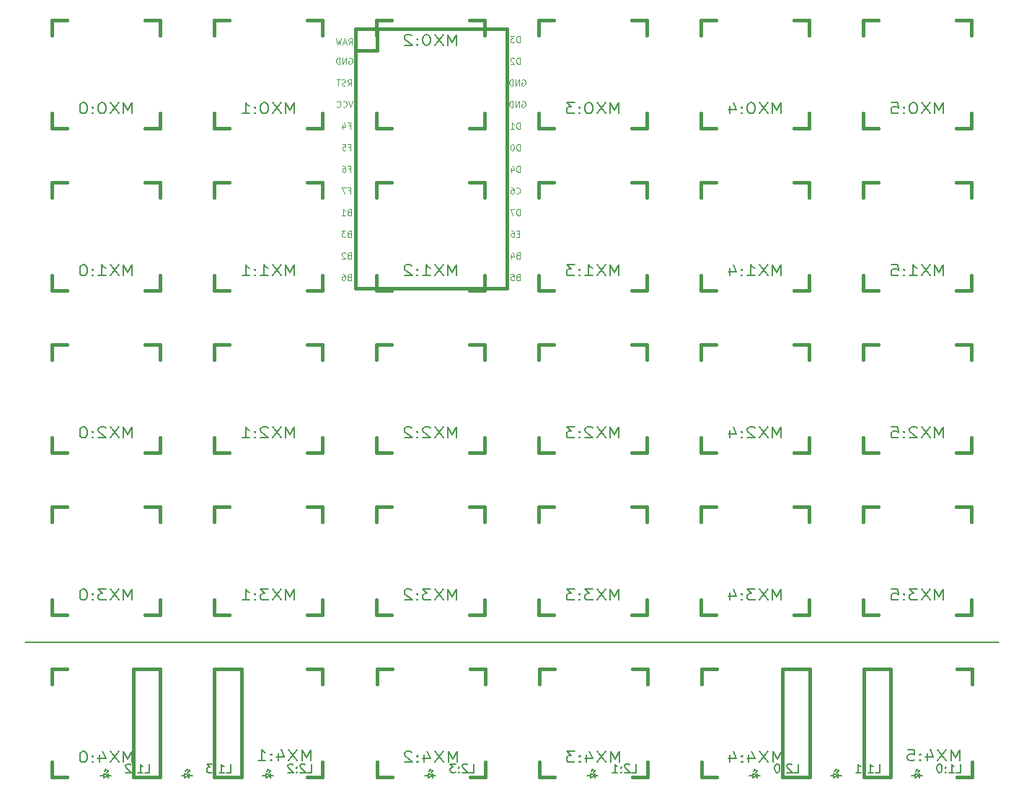
<source format=gbo>
G04 #@! TF.FileFunction,Legend,Bot*
%FSLAX46Y46*%
G04 Gerber Fmt 4.6, Leading zero omitted, Abs format (unit mm)*
G04 Created by KiCad (PCBNEW 4.0.7-e2-6376~58~ubuntu16.04.1) date Wed Feb 21 22:00:40 2018*
%MOMM*%
%LPD*%
G01*
G04 APERTURE LIST*
%ADD10C,0.100000*%
%ADD11C,0.200000*%
%ADD12C,0.381000*%
%ADD13C,0.150000*%
%ADD14C,0.203200*%
G04 APERTURE END LIST*
D10*
D11*
X221457195Y-140494349D02*
X107156707Y-140494349D01*
D12*
X167481992Y-143669390D02*
X167481992Y-145447390D01*
X167481992Y-154591390D02*
X167481992Y-156369390D01*
X167481992Y-156369390D02*
X169259992Y-156369390D01*
X178403992Y-156369390D02*
X180181992Y-156369390D01*
X180181992Y-156369390D02*
X180181992Y-154591390D01*
X180181992Y-145447390D02*
X180181992Y-143669390D01*
X180181992Y-143669390D02*
X178403992Y-143669390D01*
X169259992Y-143669390D02*
X167481992Y-143669390D01*
X148431910Y-143669390D02*
X148431910Y-145447390D01*
X148431910Y-154591390D02*
X148431910Y-156369390D01*
X148431910Y-156369390D02*
X150209910Y-156369390D01*
X159353910Y-156369390D02*
X161131910Y-156369390D01*
X161131910Y-156369390D02*
X161131910Y-154591390D01*
X161131910Y-145447390D02*
X161131910Y-143669390D01*
X161131910Y-143669390D02*
X159353910Y-143669390D01*
X150209910Y-143669390D02*
X148431910Y-143669390D01*
X123031748Y-143669390D02*
X121253748Y-143669390D01*
X112109748Y-143669390D02*
X110331748Y-143669390D01*
X110331748Y-143669390D02*
X110331748Y-145447390D01*
X110331748Y-154591390D02*
X110331748Y-156369390D01*
X110331748Y-156369390D02*
X112109748Y-156369390D01*
X121253748Y-156369390D02*
X123031748Y-156369390D01*
X123031748Y-156369390D02*
X123031748Y-154591390D01*
X123031748Y-145447390D02*
X123031748Y-143669390D01*
X167481250Y-124618750D02*
X167481250Y-126396750D01*
X167481250Y-135540750D02*
X167481250Y-137318750D01*
X167481250Y-137318750D02*
X169259250Y-137318750D01*
X178403250Y-137318750D02*
X180181250Y-137318750D01*
X180181250Y-137318750D02*
X180181250Y-135540750D01*
X180181250Y-126396750D02*
X180181250Y-124618750D01*
X180181250Y-124618750D02*
X178403250Y-124618750D01*
X169259250Y-124618750D02*
X167481250Y-124618750D01*
X167481250Y-105568750D02*
X167481250Y-107346750D01*
X167481250Y-116490750D02*
X167481250Y-118268750D01*
X167481250Y-118268750D02*
X169259250Y-118268750D01*
X178403250Y-118268750D02*
X180181250Y-118268750D01*
X180181250Y-118268750D02*
X180181250Y-116490750D01*
X180181250Y-107346750D02*
X180181250Y-105568750D01*
X180181250Y-105568750D02*
X178403250Y-105568750D01*
X169259250Y-105568750D02*
X167481250Y-105568750D01*
X167481250Y-86518750D02*
X167481250Y-88296750D01*
X167481250Y-97440750D02*
X167481250Y-99218750D01*
X167481250Y-99218750D02*
X169259250Y-99218750D01*
X178403250Y-99218750D02*
X180181250Y-99218750D01*
X180181250Y-99218750D02*
X180181250Y-97440750D01*
X180181250Y-88296750D02*
X180181250Y-86518750D01*
X180181250Y-86518750D02*
X178403250Y-86518750D01*
X169259250Y-86518750D02*
X167481250Y-86518750D01*
X110331250Y-124618750D02*
X110331250Y-126396750D01*
X110331250Y-135540750D02*
X110331250Y-137318750D01*
X110331250Y-137318750D02*
X112109250Y-137318750D01*
X121253250Y-137318750D02*
X123031250Y-137318750D01*
X123031250Y-137318750D02*
X123031250Y-135540750D01*
X123031250Y-126396750D02*
X123031250Y-124618750D01*
X123031250Y-124618750D02*
X121253250Y-124618750D01*
X112109250Y-124618750D02*
X110331250Y-124618750D01*
X129381250Y-124618750D02*
X129381250Y-126396750D01*
X129381250Y-135540750D02*
X129381250Y-137318750D01*
X129381250Y-137318750D02*
X131159250Y-137318750D01*
X140303250Y-137318750D02*
X142081250Y-137318750D01*
X142081250Y-137318750D02*
X142081250Y-135540750D01*
X142081250Y-126396750D02*
X142081250Y-124618750D01*
X142081250Y-124618750D02*
X140303250Y-124618750D01*
X131159250Y-124618750D02*
X129381250Y-124618750D01*
X148431910Y-70977476D02*
X145891910Y-70977476D01*
X148431910Y-68437476D02*
X148431910Y-70977476D01*
X163671910Y-98917476D02*
X163671910Y-68437476D01*
X145891910Y-98917476D02*
X163671910Y-98917476D01*
X145891910Y-68437476D02*
X145891910Y-98917476D01*
X163671910Y-68437476D02*
X145891910Y-68437476D01*
X186531250Y-124618750D02*
X186531250Y-126396750D01*
X186531250Y-135540750D02*
X186531250Y-137318750D01*
X186531250Y-137318750D02*
X188309250Y-137318750D01*
X197453250Y-137318750D02*
X199231250Y-137318750D01*
X199231250Y-137318750D02*
X199231250Y-135540750D01*
X199231250Y-126396750D02*
X199231250Y-124618750D01*
X199231250Y-124618750D02*
X197453250Y-124618750D01*
X188309250Y-124618750D02*
X186531250Y-124618750D01*
X205581250Y-105568750D02*
X205581250Y-107346750D01*
X205581250Y-116490750D02*
X205581250Y-118268750D01*
X205581250Y-118268750D02*
X207359250Y-118268750D01*
X216503250Y-118268750D02*
X218281250Y-118268750D01*
X218281250Y-118268750D02*
X218281250Y-116490750D01*
X218281250Y-107346750D02*
X218281250Y-105568750D01*
X218281250Y-105568750D02*
X216503250Y-105568750D01*
X207359250Y-105568750D02*
X205581250Y-105568750D01*
X186531250Y-105568750D02*
X186531250Y-107346750D01*
X186531250Y-116490750D02*
X186531250Y-118268750D01*
X186531250Y-118268750D02*
X188309250Y-118268750D01*
X197453250Y-118268750D02*
X199231250Y-118268750D01*
X199231250Y-118268750D02*
X199231250Y-116490750D01*
X199231250Y-107346750D02*
X199231250Y-105568750D01*
X199231250Y-105568750D02*
X197453250Y-105568750D01*
X188309250Y-105568750D02*
X186531250Y-105568750D01*
X148431250Y-105568750D02*
X148431250Y-107346750D01*
X148431250Y-116490750D02*
X148431250Y-118268750D01*
X148431250Y-118268750D02*
X150209250Y-118268750D01*
X159353250Y-118268750D02*
X161131250Y-118268750D01*
X161131250Y-118268750D02*
X161131250Y-116490750D01*
X161131250Y-107346750D02*
X161131250Y-105568750D01*
X161131250Y-105568750D02*
X159353250Y-105568750D01*
X150209250Y-105568750D02*
X148431250Y-105568750D01*
X129381250Y-105568750D02*
X129381250Y-107346750D01*
X129381250Y-116490750D02*
X129381250Y-118268750D01*
X129381250Y-118268750D02*
X131159250Y-118268750D01*
X140303250Y-118268750D02*
X142081250Y-118268750D01*
X142081250Y-118268750D02*
X142081250Y-116490750D01*
X142081250Y-107346750D02*
X142081250Y-105568750D01*
X142081250Y-105568750D02*
X140303250Y-105568750D01*
X131159250Y-105568750D02*
X129381250Y-105568750D01*
X110331250Y-105568750D02*
X110331250Y-107346750D01*
X110331250Y-116490750D02*
X110331250Y-118268750D01*
X110331250Y-118268750D02*
X112109250Y-118268750D01*
X121253250Y-118268750D02*
X123031250Y-118268750D01*
X123031250Y-118268750D02*
X123031250Y-116490750D01*
X123031250Y-107346750D02*
X123031250Y-105568750D01*
X123031250Y-105568750D02*
X121253250Y-105568750D01*
X112109250Y-105568750D02*
X110331250Y-105568750D01*
X205581250Y-86518750D02*
X205581250Y-88296750D01*
X205581250Y-97440750D02*
X205581250Y-99218750D01*
X205581250Y-99218750D02*
X207359250Y-99218750D01*
X216503250Y-99218750D02*
X218281250Y-99218750D01*
X218281250Y-99218750D02*
X218281250Y-97440750D01*
X218281250Y-88296750D02*
X218281250Y-86518750D01*
X218281250Y-86518750D02*
X216503250Y-86518750D01*
X207359250Y-86518750D02*
X205581250Y-86518750D01*
X186531250Y-86518750D02*
X186531250Y-88296750D01*
X186531250Y-97440750D02*
X186531250Y-99218750D01*
X186531250Y-99218750D02*
X188309250Y-99218750D01*
X197453250Y-99218750D02*
X199231250Y-99218750D01*
X199231250Y-99218750D02*
X199231250Y-97440750D01*
X199231250Y-88296750D02*
X199231250Y-86518750D01*
X199231250Y-86518750D02*
X197453250Y-86518750D01*
X188309250Y-86518750D02*
X186531250Y-86518750D01*
X148431250Y-86518750D02*
X148431250Y-88296750D01*
X148431250Y-97440750D02*
X148431250Y-99218750D01*
X148431250Y-99218750D02*
X150209250Y-99218750D01*
X159353250Y-99218750D02*
X161131250Y-99218750D01*
X161131250Y-99218750D02*
X161131250Y-97440750D01*
X161131250Y-88296750D02*
X161131250Y-86518750D01*
X161131250Y-86518750D02*
X159353250Y-86518750D01*
X150209250Y-86518750D02*
X148431250Y-86518750D01*
X129381250Y-86518750D02*
X129381250Y-88296750D01*
X129381250Y-97440750D02*
X129381250Y-99218750D01*
X129381250Y-99218750D02*
X131159250Y-99218750D01*
X140303250Y-99218750D02*
X142081250Y-99218750D01*
X142081250Y-99218750D02*
X142081250Y-97440750D01*
X142081250Y-88296750D02*
X142081250Y-86518750D01*
X142081250Y-86518750D02*
X140303250Y-86518750D01*
X131159250Y-86518750D02*
X129381250Y-86518750D01*
X110331250Y-86518750D02*
X110331250Y-88296750D01*
X110331250Y-97440750D02*
X110331250Y-99218750D01*
X110331250Y-99218750D02*
X112109250Y-99218750D01*
X121253250Y-99218750D02*
X123031250Y-99218750D01*
X123031250Y-99218750D02*
X123031250Y-97440750D01*
X123031250Y-88296750D02*
X123031250Y-86518750D01*
X123031250Y-86518750D02*
X121253250Y-86518750D01*
X112109250Y-86518750D02*
X110331250Y-86518750D01*
X167481250Y-67468750D02*
X167481250Y-69246750D01*
X167481250Y-78390750D02*
X167481250Y-80168750D01*
X167481250Y-80168750D02*
X169259250Y-80168750D01*
X178403250Y-80168750D02*
X180181250Y-80168750D01*
X180181250Y-80168750D02*
X180181250Y-78390750D01*
X180181250Y-69246750D02*
X180181250Y-67468750D01*
X180181250Y-67468750D02*
X178403250Y-67468750D01*
X169259250Y-67468750D02*
X167481250Y-67468750D01*
X161131250Y-80168750D02*
X161131250Y-78390750D01*
X161131250Y-69246750D02*
X161131250Y-67468750D01*
X161131250Y-67468750D02*
X159353250Y-67468750D01*
X150209250Y-67468750D02*
X148431250Y-67468750D01*
X148431250Y-67468750D02*
X148431250Y-69246750D01*
X148431250Y-78390750D02*
X148431250Y-80168750D01*
X148431250Y-80168750D02*
X150209250Y-80168750D01*
X159353250Y-80168750D02*
X161131250Y-80168750D01*
X205581250Y-124618750D02*
X205581250Y-126396750D01*
X205581250Y-135540750D02*
X205581250Y-137318750D01*
X205581250Y-137318750D02*
X207359250Y-137318750D01*
X216503250Y-137318750D02*
X218281250Y-137318750D01*
X218281250Y-137318750D02*
X218281250Y-135540750D01*
X218281250Y-126396750D02*
X218281250Y-124618750D01*
X218281250Y-124618750D02*
X216503250Y-124618750D01*
X207359250Y-124618750D02*
X205581250Y-124618750D01*
X148431250Y-124618750D02*
X148431250Y-126396750D01*
X148431250Y-135540750D02*
X148431250Y-137318750D01*
X148431250Y-137318750D02*
X150209250Y-137318750D01*
X159353250Y-137318750D02*
X161131250Y-137318750D01*
X161131250Y-137318750D02*
X161131250Y-135540750D01*
X161131250Y-126396750D02*
X161131250Y-124618750D01*
X161131250Y-124618750D02*
X159353250Y-124618750D01*
X150209250Y-124618750D02*
X148431250Y-124618750D01*
X123031250Y-67468750D02*
X123031250Y-69246750D01*
X123031250Y-78390750D02*
X123031250Y-80168750D01*
X110331250Y-80168750D02*
X112109250Y-80168750D01*
X121253250Y-80168750D02*
X123031250Y-80168750D01*
X110331250Y-80168750D02*
X110331250Y-78390750D01*
X110331250Y-69246750D02*
X110331250Y-67468750D01*
X123031250Y-67468750D02*
X121253250Y-67468750D01*
X112109250Y-67468750D02*
X110331250Y-67468750D01*
X205581250Y-69246750D02*
X205581250Y-67468750D01*
X205581250Y-80168750D02*
X205581250Y-78390750D01*
X205581250Y-67468750D02*
X205581250Y-69246750D01*
X205581250Y-78390750D02*
X205581250Y-80168750D01*
X205581250Y-80168750D02*
X207359250Y-80168750D01*
X216503250Y-80168750D02*
X218281250Y-80168750D01*
X218281250Y-80168750D02*
X218281250Y-78390750D01*
X218281250Y-69246750D02*
X218281250Y-67468750D01*
X218281250Y-67468750D02*
X216503250Y-67468750D01*
X207359250Y-67468750D02*
X205581250Y-67468750D01*
X199231250Y-67468750D02*
X199231250Y-69246750D01*
X199231250Y-78390750D02*
X199231250Y-80168750D01*
X186531250Y-80168750D02*
X188309250Y-80168750D01*
X197453250Y-80168750D02*
X199231250Y-80168750D01*
X186531250Y-80168750D02*
X186531250Y-78390750D01*
X186531250Y-69246750D02*
X186531250Y-67468750D01*
X199231250Y-67468750D02*
X197453250Y-67468750D01*
X188309250Y-67468750D02*
X186531250Y-67468750D01*
X199232073Y-143669390D02*
X197454073Y-143669390D01*
X188310073Y-143669390D02*
X186532073Y-143669390D01*
X186532073Y-143669390D02*
X186532073Y-145447390D01*
X186532073Y-154591390D02*
X186532073Y-156369390D01*
X186532073Y-156369390D02*
X188310073Y-156369390D01*
X197454073Y-156369390D02*
X199232073Y-156369390D01*
X199232073Y-156369390D02*
X199232073Y-154591390D01*
X199232073Y-145447390D02*
X199232073Y-143669390D01*
X129381250Y-69246750D02*
X129381250Y-67468750D01*
X129381250Y-80168750D02*
X129381250Y-78390750D01*
X129381250Y-67468750D02*
X129381250Y-69246750D01*
X129381250Y-78390750D02*
X129381250Y-80168750D01*
X129381250Y-80168750D02*
X131159250Y-80168750D01*
X140303250Y-80168750D02*
X142081250Y-80168750D01*
X142081250Y-80168750D02*
X142081250Y-78390750D01*
X142081250Y-69246750D02*
X142081250Y-67468750D01*
X142081250Y-67468750D02*
X140303250Y-67468750D01*
X131159250Y-67468750D02*
X129381250Y-67468750D01*
X196057114Y-156369390D02*
X196057114Y-143669390D01*
X199232114Y-143669390D02*
X199232114Y-156369390D01*
X205582114Y-143669390D02*
X205582114Y-156369390D01*
X208757114Y-143669390D02*
X208757114Y-156369390D01*
X186532114Y-143669390D02*
X186532114Y-145447390D01*
X186532114Y-154591390D02*
X186532114Y-156369390D01*
X186532114Y-156369390D02*
X188310114Y-156369390D01*
X197454114Y-156369390D02*
X199232114Y-156369390D01*
X199232114Y-143669390D02*
X197454114Y-143669390D01*
X188310114Y-143669390D02*
X186532114Y-143669390D01*
X207360114Y-143669390D02*
X205582114Y-143669390D01*
X218282114Y-143669390D02*
X216504114Y-143669390D01*
X218282114Y-145447390D02*
X218282114Y-143669390D01*
X218282114Y-156369390D02*
X218282114Y-154591390D01*
X216504114Y-156369390D02*
X218282114Y-156369390D01*
X205582114Y-156369390D02*
X207360114Y-156369390D01*
X196057114Y-156369390D02*
X197835114Y-156369390D01*
X206979114Y-156369390D02*
X208757114Y-156369390D01*
X208757114Y-143669390D02*
X206979114Y-143669390D01*
X197835114Y-143669390D02*
X196057114Y-143669390D01*
X119856788Y-156369390D02*
X119856788Y-143669390D01*
X123031788Y-143669390D02*
X123031788Y-156369390D01*
X129381788Y-143669390D02*
X129381788Y-156369390D01*
X132556788Y-143669390D02*
X132556788Y-156369390D01*
X110331788Y-143669390D02*
X110331788Y-145447390D01*
X110331788Y-154591390D02*
X110331788Y-156369390D01*
X110331788Y-156369390D02*
X112109788Y-156369390D01*
X121253788Y-156369390D02*
X123031788Y-156369390D01*
X123031788Y-143669390D02*
X121253788Y-143669390D01*
X112109788Y-143669390D02*
X110331788Y-143669390D01*
X131159788Y-143669390D02*
X129381788Y-143669390D01*
X142081788Y-143669390D02*
X140303788Y-143669390D01*
X142081788Y-145447390D02*
X142081788Y-143669390D01*
X142081788Y-156369390D02*
X142081788Y-154591390D01*
X140303788Y-156369390D02*
X142081788Y-156369390D01*
X129381788Y-156369390D02*
X131159788Y-156369390D01*
X119856788Y-156369390D02*
X121634788Y-156369390D01*
X130778788Y-156369390D02*
X132556788Y-156369390D01*
X132556788Y-143669390D02*
X130778788Y-143669390D01*
X121634788Y-143669390D02*
X119856788Y-143669390D01*
D13*
X211614654Y-156178890D02*
X211233654Y-156178890D01*
X212122654Y-156178890D02*
X212503654Y-156178890D01*
X211716254Y-155670890D02*
X211919454Y-155366090D01*
X211919454Y-155366090D02*
X211919454Y-155467690D01*
X211919454Y-155366090D02*
X211817854Y-155416890D01*
X212173454Y-155518490D02*
X212071854Y-155569290D01*
X212173454Y-155518490D02*
X212173454Y-155620090D01*
X211970254Y-155823290D02*
X212173454Y-155518490D01*
X212122654Y-155924890D02*
X212122654Y-156432890D01*
X211614654Y-156432890D02*
X212122654Y-156178890D01*
X212122654Y-156178890D02*
X211614654Y-155924890D01*
X211614654Y-155924890D02*
X211614654Y-156432890D01*
X202089614Y-156178890D02*
X201708614Y-156178890D01*
X202597614Y-156178890D02*
X202978614Y-156178890D01*
X202191214Y-155670890D02*
X202394414Y-155366090D01*
X202394414Y-155366090D02*
X202394414Y-155467690D01*
X202394414Y-155366090D02*
X202292814Y-155416890D01*
X202648414Y-155518490D02*
X202546814Y-155569290D01*
X202648414Y-155518490D02*
X202648414Y-155620090D01*
X202445214Y-155823290D02*
X202648414Y-155518490D01*
X202597614Y-155924890D02*
X202597614Y-156432890D01*
X202089614Y-156432890D02*
X202597614Y-156178890D01*
X202597614Y-156178890D02*
X202089614Y-155924890D01*
X202089614Y-155924890D02*
X202089614Y-156432890D01*
X192564573Y-156178890D02*
X192183573Y-156178890D01*
X193072573Y-156178890D02*
X193453573Y-156178890D01*
X192666173Y-155670890D02*
X192869373Y-155366090D01*
X192869373Y-155366090D02*
X192869373Y-155467690D01*
X192869373Y-155366090D02*
X192767773Y-155416890D01*
X193123373Y-155518490D02*
X193021773Y-155569290D01*
X193123373Y-155518490D02*
X193123373Y-155620090D01*
X192920173Y-155823290D02*
X193123373Y-155518490D01*
X193072573Y-155924890D02*
X193072573Y-156432890D01*
X192564573Y-156432890D02*
X193072573Y-156178890D01*
X193072573Y-156178890D02*
X192564573Y-155924890D01*
X192564573Y-155924890D02*
X192564573Y-156432890D01*
X173514492Y-156178890D02*
X173133492Y-156178890D01*
X174022492Y-156178890D02*
X174403492Y-156178890D01*
X173616092Y-155670890D02*
X173819292Y-155366090D01*
X173819292Y-155366090D02*
X173819292Y-155467690D01*
X173819292Y-155366090D02*
X173717692Y-155416890D01*
X174073292Y-155518490D02*
X173971692Y-155569290D01*
X174073292Y-155518490D02*
X174073292Y-155620090D01*
X173870092Y-155823290D02*
X174073292Y-155518490D01*
X174022492Y-155924890D02*
X174022492Y-156432890D01*
X173514492Y-156432890D02*
X174022492Y-156178890D01*
X174022492Y-156178890D02*
X173514492Y-155924890D01*
X173514492Y-155924890D02*
X173514492Y-156432890D01*
X116364248Y-156178890D02*
X115983248Y-156178890D01*
X116872248Y-156178890D02*
X117253248Y-156178890D01*
X116465848Y-155670890D02*
X116669048Y-155366090D01*
X116669048Y-155366090D02*
X116669048Y-155467690D01*
X116669048Y-155366090D02*
X116567448Y-155416890D01*
X116923048Y-155518490D02*
X116821448Y-155569290D01*
X116923048Y-155518490D02*
X116923048Y-155620090D01*
X116719848Y-155823290D02*
X116923048Y-155518490D01*
X116872248Y-155924890D02*
X116872248Y-156432890D01*
X116364248Y-156432890D02*
X116872248Y-156178890D01*
X116872248Y-156178890D02*
X116364248Y-155924890D01*
X116364248Y-155924890D02*
X116364248Y-156432890D01*
X125889288Y-156178890D02*
X125508288Y-156178890D01*
X126397288Y-156178890D02*
X126778288Y-156178890D01*
X125990888Y-155670890D02*
X126194088Y-155366090D01*
X126194088Y-155366090D02*
X126194088Y-155467690D01*
X126194088Y-155366090D02*
X126092488Y-155416890D01*
X126448088Y-155518490D02*
X126346488Y-155569290D01*
X126448088Y-155518490D02*
X126448088Y-155620090D01*
X126244888Y-155823290D02*
X126448088Y-155518490D01*
X126397288Y-155924890D02*
X126397288Y-156432890D01*
X125889288Y-156432890D02*
X126397288Y-156178890D01*
X126397288Y-156178890D02*
X125889288Y-155924890D01*
X125889288Y-155924890D02*
X125889288Y-156432890D01*
X135414329Y-156178890D02*
X135033329Y-156178890D01*
X135922329Y-156178890D02*
X136303329Y-156178890D01*
X135515929Y-155670890D02*
X135719129Y-155366090D01*
X135719129Y-155366090D02*
X135719129Y-155467690D01*
X135719129Y-155366090D02*
X135617529Y-155416890D01*
X135973129Y-155518490D02*
X135871529Y-155569290D01*
X135973129Y-155518490D02*
X135973129Y-155620090D01*
X135769929Y-155823290D02*
X135973129Y-155518490D01*
X135922329Y-155924890D02*
X135922329Y-156432890D01*
X135414329Y-156432890D02*
X135922329Y-156178890D01*
X135922329Y-156178890D02*
X135414329Y-155924890D01*
X135414329Y-155924890D02*
X135414329Y-156432890D01*
X154464410Y-156178890D02*
X154083410Y-156178890D01*
X154972410Y-156178890D02*
X155353410Y-156178890D01*
X154566010Y-155670890D02*
X154769210Y-155366090D01*
X154769210Y-155366090D02*
X154769210Y-155467690D01*
X154769210Y-155366090D02*
X154667610Y-155416890D01*
X155023210Y-155518490D02*
X154921610Y-155569290D01*
X155023210Y-155518490D02*
X155023210Y-155620090D01*
X154820010Y-155823290D02*
X155023210Y-155518490D01*
X154972410Y-155924890D02*
X154972410Y-156432890D01*
X154464410Y-156432890D02*
X154972410Y-156178890D01*
X154972410Y-156178890D02*
X154464410Y-155924890D01*
X154464410Y-155924890D02*
X154464410Y-156432890D01*
D14*
X176879992Y-154593914D02*
X176879992Y-153323914D01*
X176371992Y-154231057D01*
X175863992Y-153323914D01*
X175863992Y-154593914D01*
X175283421Y-153323914D02*
X174267421Y-154593914D01*
X174267421Y-153323914D02*
X175283421Y-154593914D01*
X173033706Y-153747247D02*
X173033706Y-154593914D01*
X173396563Y-153263438D02*
X173759420Y-154170580D01*
X172815992Y-154170580D01*
X172235420Y-154472961D02*
X172162848Y-154533438D01*
X172235420Y-154593914D01*
X172307991Y-154533438D01*
X172235420Y-154472961D01*
X172235420Y-154593914D01*
X172235420Y-153807723D02*
X172162848Y-153868200D01*
X172235420Y-153928676D01*
X172307991Y-153868200D01*
X172235420Y-153807723D01*
X172235420Y-153928676D01*
X171654849Y-153323914D02*
X170711420Y-153323914D01*
X171219420Y-153807723D01*
X171001706Y-153807723D01*
X170856563Y-153868200D01*
X170783992Y-153928676D01*
X170711420Y-154049628D01*
X170711420Y-154352009D01*
X170783992Y-154472961D01*
X170856563Y-154533438D01*
X171001706Y-154593914D01*
X171437134Y-154593914D01*
X171582277Y-154533438D01*
X171654849Y-154472961D01*
X157829910Y-154593914D02*
X157829910Y-153323914D01*
X157321910Y-154231057D01*
X156813910Y-153323914D01*
X156813910Y-154593914D01*
X156233339Y-153323914D02*
X155217339Y-154593914D01*
X155217339Y-153323914D02*
X156233339Y-154593914D01*
X153983624Y-153747247D02*
X153983624Y-154593914D01*
X154346481Y-153263438D02*
X154709338Y-154170580D01*
X153765910Y-154170580D01*
X153185338Y-154472961D02*
X153112766Y-154533438D01*
X153185338Y-154593914D01*
X153257909Y-154533438D01*
X153185338Y-154472961D01*
X153185338Y-154593914D01*
X153185338Y-153807723D02*
X153112766Y-153868200D01*
X153185338Y-153928676D01*
X153257909Y-153868200D01*
X153185338Y-153807723D01*
X153185338Y-153928676D01*
X152532195Y-153444866D02*
X152459624Y-153384390D01*
X152314481Y-153323914D01*
X151951624Y-153323914D01*
X151806481Y-153384390D01*
X151733910Y-153444866D01*
X151661338Y-153565819D01*
X151661338Y-153686771D01*
X151733910Y-153868200D01*
X152604767Y-154593914D01*
X151661338Y-154593914D01*
X119729748Y-154593914D02*
X119729748Y-153323914D01*
X119221748Y-154231057D01*
X118713748Y-153323914D01*
X118713748Y-154593914D01*
X118133177Y-153323914D02*
X117117177Y-154593914D01*
X117117177Y-153323914D02*
X118133177Y-154593914D01*
X115883462Y-153747247D02*
X115883462Y-154593914D01*
X116246319Y-153263438D02*
X116609176Y-154170580D01*
X115665748Y-154170580D01*
X115085176Y-154472961D02*
X115012604Y-154533438D01*
X115085176Y-154593914D01*
X115157747Y-154533438D01*
X115085176Y-154472961D01*
X115085176Y-154593914D01*
X115085176Y-153807723D02*
X115012604Y-153868200D01*
X115085176Y-153928676D01*
X115157747Y-153868200D01*
X115085176Y-153807723D01*
X115085176Y-153928676D01*
X114069176Y-153323914D02*
X113924033Y-153323914D01*
X113778890Y-153384390D01*
X113706319Y-153444866D01*
X113633748Y-153565819D01*
X113561176Y-153807723D01*
X113561176Y-154110104D01*
X113633748Y-154352009D01*
X113706319Y-154472961D01*
X113778890Y-154533438D01*
X113924033Y-154593914D01*
X114069176Y-154593914D01*
X114214319Y-154533438D01*
X114286890Y-154472961D01*
X114359462Y-154352009D01*
X114432033Y-154110104D01*
X114432033Y-153807723D01*
X114359462Y-153565819D01*
X114286890Y-153444866D01*
X114214319Y-153384390D01*
X114069176Y-153323914D01*
X176879250Y-135543274D02*
X176879250Y-134273274D01*
X176371250Y-135180417D01*
X175863250Y-134273274D01*
X175863250Y-135543274D01*
X175282679Y-134273274D02*
X174266679Y-135543274D01*
X174266679Y-134273274D02*
X175282679Y-135543274D01*
X173831250Y-134273274D02*
X172887821Y-134273274D01*
X173395821Y-134757083D01*
X173178107Y-134757083D01*
X173032964Y-134817560D01*
X172960393Y-134878036D01*
X172887821Y-134998988D01*
X172887821Y-135301369D01*
X172960393Y-135422321D01*
X173032964Y-135482798D01*
X173178107Y-135543274D01*
X173613535Y-135543274D01*
X173758678Y-135482798D01*
X173831250Y-135422321D01*
X172234678Y-135422321D02*
X172162106Y-135482798D01*
X172234678Y-135543274D01*
X172307249Y-135482798D01*
X172234678Y-135422321D01*
X172234678Y-135543274D01*
X172234678Y-134757083D02*
X172162106Y-134817560D01*
X172234678Y-134878036D01*
X172307249Y-134817560D01*
X172234678Y-134757083D01*
X172234678Y-134878036D01*
X171654107Y-134273274D02*
X170710678Y-134273274D01*
X171218678Y-134757083D01*
X171000964Y-134757083D01*
X170855821Y-134817560D01*
X170783250Y-134878036D01*
X170710678Y-134998988D01*
X170710678Y-135301369D01*
X170783250Y-135422321D01*
X170855821Y-135482798D01*
X171000964Y-135543274D01*
X171436392Y-135543274D01*
X171581535Y-135482798D01*
X171654107Y-135422321D01*
X176879250Y-116493274D02*
X176879250Y-115223274D01*
X176371250Y-116130417D01*
X175863250Y-115223274D01*
X175863250Y-116493274D01*
X175282679Y-115223274D02*
X174266679Y-116493274D01*
X174266679Y-115223274D02*
X175282679Y-116493274D01*
X173758678Y-115344226D02*
X173686107Y-115283750D01*
X173540964Y-115223274D01*
X173178107Y-115223274D01*
X173032964Y-115283750D01*
X172960393Y-115344226D01*
X172887821Y-115465179D01*
X172887821Y-115586131D01*
X172960393Y-115767560D01*
X173831250Y-116493274D01*
X172887821Y-116493274D01*
X172234678Y-116372321D02*
X172162106Y-116432798D01*
X172234678Y-116493274D01*
X172307249Y-116432798D01*
X172234678Y-116372321D01*
X172234678Y-116493274D01*
X172234678Y-115707083D02*
X172162106Y-115767560D01*
X172234678Y-115828036D01*
X172307249Y-115767560D01*
X172234678Y-115707083D01*
X172234678Y-115828036D01*
X171654107Y-115223274D02*
X170710678Y-115223274D01*
X171218678Y-115707083D01*
X171000964Y-115707083D01*
X170855821Y-115767560D01*
X170783250Y-115828036D01*
X170710678Y-115948988D01*
X170710678Y-116251369D01*
X170783250Y-116372321D01*
X170855821Y-116432798D01*
X171000964Y-116493274D01*
X171436392Y-116493274D01*
X171581535Y-116432798D01*
X171654107Y-116372321D01*
X176879250Y-97443274D02*
X176879250Y-96173274D01*
X176371250Y-97080417D01*
X175863250Y-96173274D01*
X175863250Y-97443274D01*
X175282679Y-96173274D02*
X174266679Y-97443274D01*
X174266679Y-96173274D02*
X175282679Y-97443274D01*
X172887821Y-97443274D02*
X173758678Y-97443274D01*
X173323250Y-97443274D02*
X173323250Y-96173274D01*
X173468393Y-96354702D01*
X173613535Y-96475655D01*
X173758678Y-96536131D01*
X172234678Y-97322321D02*
X172162106Y-97382798D01*
X172234678Y-97443274D01*
X172307249Y-97382798D01*
X172234678Y-97322321D01*
X172234678Y-97443274D01*
X172234678Y-96657083D02*
X172162106Y-96717560D01*
X172234678Y-96778036D01*
X172307249Y-96717560D01*
X172234678Y-96657083D01*
X172234678Y-96778036D01*
X171654107Y-96173274D02*
X170710678Y-96173274D01*
X171218678Y-96657083D01*
X171000964Y-96657083D01*
X170855821Y-96717560D01*
X170783250Y-96778036D01*
X170710678Y-96898988D01*
X170710678Y-97201369D01*
X170783250Y-97322321D01*
X170855821Y-97382798D01*
X171000964Y-97443274D01*
X171436392Y-97443274D01*
X171581535Y-97382798D01*
X171654107Y-97322321D01*
X119729250Y-135543274D02*
X119729250Y-134273274D01*
X119221250Y-135180417D01*
X118713250Y-134273274D01*
X118713250Y-135543274D01*
X118132679Y-134273274D02*
X117116679Y-135543274D01*
X117116679Y-134273274D02*
X118132679Y-135543274D01*
X116681250Y-134273274D02*
X115737821Y-134273274D01*
X116245821Y-134757083D01*
X116028107Y-134757083D01*
X115882964Y-134817560D01*
X115810393Y-134878036D01*
X115737821Y-134998988D01*
X115737821Y-135301369D01*
X115810393Y-135422321D01*
X115882964Y-135482798D01*
X116028107Y-135543274D01*
X116463535Y-135543274D01*
X116608678Y-135482798D01*
X116681250Y-135422321D01*
X115084678Y-135422321D02*
X115012106Y-135482798D01*
X115084678Y-135543274D01*
X115157249Y-135482798D01*
X115084678Y-135422321D01*
X115084678Y-135543274D01*
X115084678Y-134757083D02*
X115012106Y-134817560D01*
X115084678Y-134878036D01*
X115157249Y-134817560D01*
X115084678Y-134757083D01*
X115084678Y-134878036D01*
X114068678Y-134273274D02*
X113923535Y-134273274D01*
X113778392Y-134333750D01*
X113705821Y-134394226D01*
X113633250Y-134515179D01*
X113560678Y-134757083D01*
X113560678Y-135059464D01*
X113633250Y-135301369D01*
X113705821Y-135422321D01*
X113778392Y-135482798D01*
X113923535Y-135543274D01*
X114068678Y-135543274D01*
X114213821Y-135482798D01*
X114286392Y-135422321D01*
X114358964Y-135301369D01*
X114431535Y-135059464D01*
X114431535Y-134757083D01*
X114358964Y-134515179D01*
X114286392Y-134394226D01*
X114213821Y-134333750D01*
X114068678Y-134273274D01*
X138779250Y-135543274D02*
X138779250Y-134273274D01*
X138271250Y-135180417D01*
X137763250Y-134273274D01*
X137763250Y-135543274D01*
X137182679Y-134273274D02*
X136166679Y-135543274D01*
X136166679Y-134273274D02*
X137182679Y-135543274D01*
X135731250Y-134273274D02*
X134787821Y-134273274D01*
X135295821Y-134757083D01*
X135078107Y-134757083D01*
X134932964Y-134817560D01*
X134860393Y-134878036D01*
X134787821Y-134998988D01*
X134787821Y-135301369D01*
X134860393Y-135422321D01*
X134932964Y-135482798D01*
X135078107Y-135543274D01*
X135513535Y-135543274D01*
X135658678Y-135482798D01*
X135731250Y-135422321D01*
X134134678Y-135422321D02*
X134062106Y-135482798D01*
X134134678Y-135543274D01*
X134207249Y-135482798D01*
X134134678Y-135422321D01*
X134134678Y-135543274D01*
X134134678Y-134757083D02*
X134062106Y-134817560D01*
X134134678Y-134878036D01*
X134207249Y-134817560D01*
X134134678Y-134757083D01*
X134134678Y-134878036D01*
X132610678Y-135543274D02*
X133481535Y-135543274D01*
X133046107Y-135543274D02*
X133046107Y-134273274D01*
X133191250Y-134454702D01*
X133336392Y-134575655D01*
X133481535Y-134636131D01*
D10*
X145105243Y-70278143D02*
X145338577Y-69944809D01*
X145505243Y-70278143D02*
X145505243Y-69578143D01*
X145238577Y-69578143D01*
X145171910Y-69611476D01*
X145138577Y-69644809D01*
X145105243Y-69711476D01*
X145105243Y-69811476D01*
X145138577Y-69878143D01*
X145171910Y-69911476D01*
X145238577Y-69944809D01*
X145505243Y-69944809D01*
X144838577Y-70078143D02*
X144505243Y-70078143D01*
X144905243Y-70278143D02*
X144671910Y-69578143D01*
X144438577Y-70278143D01*
X144271910Y-69578143D02*
X144105243Y-70278143D01*
X143971910Y-69778143D01*
X143838577Y-70278143D01*
X143671910Y-69578143D01*
X145155243Y-71897476D02*
X145221909Y-71864143D01*
X145321909Y-71864143D01*
X145421909Y-71897476D01*
X145488576Y-71964143D01*
X145521909Y-72030809D01*
X145555243Y-72164143D01*
X145555243Y-72264143D01*
X145521909Y-72397476D01*
X145488576Y-72464143D01*
X145421909Y-72530809D01*
X145321909Y-72564143D01*
X145255243Y-72564143D01*
X145155243Y-72530809D01*
X145121909Y-72497476D01*
X145121909Y-72264143D01*
X145255243Y-72264143D01*
X144821909Y-72564143D02*
X144821909Y-71864143D01*
X144421909Y-72564143D01*
X144421909Y-71864143D01*
X144088576Y-72564143D02*
X144088576Y-71864143D01*
X143921910Y-71864143D01*
X143821910Y-71897476D01*
X143755243Y-71964143D01*
X143721910Y-72030809D01*
X143688576Y-72164143D01*
X143688576Y-72264143D01*
X143721910Y-72397476D01*
X143755243Y-72464143D01*
X143821910Y-72530809D01*
X143921910Y-72564143D01*
X144088576Y-72564143D01*
X145005243Y-75104143D02*
X145238577Y-74770809D01*
X145405243Y-75104143D02*
X145405243Y-74404143D01*
X145138577Y-74404143D01*
X145071910Y-74437476D01*
X145038577Y-74470809D01*
X145005243Y-74537476D01*
X145005243Y-74637476D01*
X145038577Y-74704143D01*
X145071910Y-74737476D01*
X145138577Y-74770809D01*
X145405243Y-74770809D01*
X144738577Y-75070809D02*
X144638577Y-75104143D01*
X144471910Y-75104143D01*
X144405243Y-75070809D01*
X144371910Y-75037476D01*
X144338577Y-74970809D01*
X144338577Y-74904143D01*
X144371910Y-74837476D01*
X144405243Y-74804143D01*
X144471910Y-74770809D01*
X144605243Y-74737476D01*
X144671910Y-74704143D01*
X144705243Y-74670809D01*
X144738577Y-74604143D01*
X144738577Y-74537476D01*
X144705243Y-74470809D01*
X144671910Y-74437476D01*
X144605243Y-74404143D01*
X144438577Y-74404143D01*
X144338577Y-74437476D01*
X144138576Y-74404143D02*
X143738576Y-74404143D01*
X143938576Y-75104143D02*
X143938576Y-74404143D01*
X145555243Y-76944143D02*
X145321910Y-77644143D01*
X145088577Y-76944143D01*
X144455243Y-77577476D02*
X144488577Y-77610809D01*
X144588577Y-77644143D01*
X144655243Y-77644143D01*
X144755243Y-77610809D01*
X144821910Y-77544143D01*
X144855243Y-77477476D01*
X144888577Y-77344143D01*
X144888577Y-77244143D01*
X144855243Y-77110809D01*
X144821910Y-77044143D01*
X144755243Y-76977476D01*
X144655243Y-76944143D01*
X144588577Y-76944143D01*
X144488577Y-76977476D01*
X144455243Y-77010809D01*
X143755243Y-77577476D02*
X143788577Y-77610809D01*
X143888577Y-77644143D01*
X143955243Y-77644143D01*
X144055243Y-77610809D01*
X144121910Y-77544143D01*
X144155243Y-77477476D01*
X144188577Y-77344143D01*
X144188577Y-77244143D01*
X144155243Y-77110809D01*
X144121910Y-77044143D01*
X144055243Y-76977476D01*
X143955243Y-76944143D01*
X143888577Y-76944143D01*
X143788577Y-76977476D01*
X143755243Y-77010809D01*
X145109243Y-79817476D02*
X145342576Y-79817476D01*
X145342576Y-80184143D02*
X145342576Y-79484143D01*
X145009243Y-79484143D01*
X144442576Y-79717476D02*
X144442576Y-80184143D01*
X144609243Y-79450809D02*
X144775910Y-79950809D01*
X144342576Y-79950809D01*
X145109243Y-82357476D02*
X145342576Y-82357476D01*
X145342576Y-82724143D02*
X145342576Y-82024143D01*
X145009243Y-82024143D01*
X144409243Y-82024143D02*
X144742576Y-82024143D01*
X144775910Y-82357476D01*
X144742576Y-82324143D01*
X144675910Y-82290809D01*
X144509243Y-82290809D01*
X144442576Y-82324143D01*
X144409243Y-82357476D01*
X144375910Y-82424143D01*
X144375910Y-82590809D01*
X144409243Y-82657476D01*
X144442576Y-82690809D01*
X144509243Y-82724143D01*
X144675910Y-82724143D01*
X144742576Y-82690809D01*
X144775910Y-82657476D01*
X145109243Y-87437476D02*
X145342576Y-87437476D01*
X145342576Y-87804143D02*
X145342576Y-87104143D01*
X145009243Y-87104143D01*
X144809243Y-87104143D02*
X144342576Y-87104143D01*
X144642576Y-87804143D01*
X145109243Y-84897476D02*
X145342576Y-84897476D01*
X145342576Y-85264143D02*
X145342576Y-84564143D01*
X145009243Y-84564143D01*
X144442576Y-84564143D02*
X144575910Y-84564143D01*
X144642576Y-84597476D01*
X144675910Y-84630809D01*
X144742576Y-84730809D01*
X144775910Y-84864143D01*
X144775910Y-85130809D01*
X144742576Y-85197476D01*
X144709243Y-85230809D01*
X144642576Y-85264143D01*
X144509243Y-85264143D01*
X144442576Y-85230809D01*
X144409243Y-85197476D01*
X144375910Y-85130809D01*
X144375910Y-84964143D01*
X144409243Y-84897476D01*
X144442576Y-84864143D01*
X144509243Y-84830809D01*
X144642576Y-84830809D01*
X144709243Y-84864143D01*
X144742576Y-84897476D01*
X144775910Y-84964143D01*
X145159243Y-89977476D02*
X145059243Y-90010809D01*
X145025910Y-90044143D01*
X144992576Y-90110809D01*
X144992576Y-90210809D01*
X145025910Y-90277476D01*
X145059243Y-90310809D01*
X145125910Y-90344143D01*
X145392576Y-90344143D01*
X145392576Y-89644143D01*
X145159243Y-89644143D01*
X145092576Y-89677476D01*
X145059243Y-89710809D01*
X145025910Y-89777476D01*
X145025910Y-89844143D01*
X145059243Y-89910809D01*
X145092576Y-89944143D01*
X145159243Y-89977476D01*
X145392576Y-89977476D01*
X144325910Y-90344143D02*
X144725910Y-90344143D01*
X144525910Y-90344143D02*
X144525910Y-89644143D01*
X144592576Y-89744143D01*
X144659243Y-89810809D01*
X144725910Y-89844143D01*
X145159243Y-92517476D02*
X145059243Y-92550809D01*
X145025910Y-92584143D01*
X144992576Y-92650809D01*
X144992576Y-92750809D01*
X145025910Y-92817476D01*
X145059243Y-92850809D01*
X145125910Y-92884143D01*
X145392576Y-92884143D01*
X145392576Y-92184143D01*
X145159243Y-92184143D01*
X145092576Y-92217476D01*
X145059243Y-92250809D01*
X145025910Y-92317476D01*
X145025910Y-92384143D01*
X145059243Y-92450809D01*
X145092576Y-92484143D01*
X145159243Y-92517476D01*
X145392576Y-92517476D01*
X144759243Y-92184143D02*
X144325910Y-92184143D01*
X144559243Y-92450809D01*
X144459243Y-92450809D01*
X144392576Y-92484143D01*
X144359243Y-92517476D01*
X144325910Y-92584143D01*
X144325910Y-92750809D01*
X144359243Y-92817476D01*
X144392576Y-92850809D01*
X144459243Y-92884143D01*
X144659243Y-92884143D01*
X144725910Y-92850809D01*
X144759243Y-92817476D01*
X145159243Y-95057476D02*
X145059243Y-95090809D01*
X145025910Y-95124143D01*
X144992576Y-95190809D01*
X144992576Y-95290809D01*
X145025910Y-95357476D01*
X145059243Y-95390809D01*
X145125910Y-95424143D01*
X145392576Y-95424143D01*
X145392576Y-94724143D01*
X145159243Y-94724143D01*
X145092576Y-94757476D01*
X145059243Y-94790809D01*
X145025910Y-94857476D01*
X145025910Y-94924143D01*
X145059243Y-94990809D01*
X145092576Y-95024143D01*
X145159243Y-95057476D01*
X145392576Y-95057476D01*
X144725910Y-94790809D02*
X144692576Y-94757476D01*
X144625910Y-94724143D01*
X144459243Y-94724143D01*
X144392576Y-94757476D01*
X144359243Y-94790809D01*
X144325910Y-94857476D01*
X144325910Y-94924143D01*
X144359243Y-95024143D01*
X144759243Y-95424143D01*
X144325910Y-95424143D01*
X145159243Y-97597476D02*
X145059243Y-97630809D01*
X145025910Y-97664143D01*
X144992576Y-97730809D01*
X144992576Y-97830809D01*
X145025910Y-97897476D01*
X145059243Y-97930809D01*
X145125910Y-97964143D01*
X145392576Y-97964143D01*
X145392576Y-97264143D01*
X145159243Y-97264143D01*
X145092576Y-97297476D01*
X145059243Y-97330809D01*
X145025910Y-97397476D01*
X145025910Y-97464143D01*
X145059243Y-97530809D01*
X145092576Y-97564143D01*
X145159243Y-97597476D01*
X145392576Y-97597476D01*
X144392576Y-97264143D02*
X144525910Y-97264143D01*
X144592576Y-97297476D01*
X144625910Y-97330809D01*
X144692576Y-97430809D01*
X144725910Y-97564143D01*
X144725910Y-97830809D01*
X144692576Y-97897476D01*
X144659243Y-97930809D01*
X144592576Y-97964143D01*
X144459243Y-97964143D01*
X144392576Y-97930809D01*
X144359243Y-97897476D01*
X144325910Y-97830809D01*
X144325910Y-97664143D01*
X144359243Y-97597476D01*
X144392576Y-97564143D01*
X144459243Y-97530809D01*
X144592576Y-97530809D01*
X144659243Y-97564143D01*
X144692576Y-97597476D01*
X144725910Y-97664143D01*
X165204576Y-70024143D02*
X165204576Y-69324143D01*
X165037910Y-69324143D01*
X164937910Y-69357476D01*
X164871243Y-69424143D01*
X164837910Y-69490809D01*
X164804576Y-69624143D01*
X164804576Y-69724143D01*
X164837910Y-69857476D01*
X164871243Y-69924143D01*
X164937910Y-69990809D01*
X165037910Y-70024143D01*
X165204576Y-70024143D01*
X164571243Y-69324143D02*
X164137910Y-69324143D01*
X164371243Y-69590809D01*
X164271243Y-69590809D01*
X164204576Y-69624143D01*
X164171243Y-69657476D01*
X164137910Y-69724143D01*
X164137910Y-69890809D01*
X164171243Y-69957476D01*
X164204576Y-69990809D01*
X164271243Y-70024143D01*
X164471243Y-70024143D01*
X164537910Y-69990809D01*
X164571243Y-69957476D01*
X165204576Y-72564143D02*
X165204576Y-71864143D01*
X165037910Y-71864143D01*
X164937910Y-71897476D01*
X164871243Y-71964143D01*
X164837910Y-72030809D01*
X164804576Y-72164143D01*
X164804576Y-72264143D01*
X164837910Y-72397476D01*
X164871243Y-72464143D01*
X164937910Y-72530809D01*
X165037910Y-72564143D01*
X165204576Y-72564143D01*
X164537910Y-71930809D02*
X164504576Y-71897476D01*
X164437910Y-71864143D01*
X164271243Y-71864143D01*
X164204576Y-71897476D01*
X164171243Y-71930809D01*
X164137910Y-71997476D01*
X164137910Y-72064143D01*
X164171243Y-72164143D01*
X164571243Y-72564143D01*
X164137910Y-72564143D01*
X165475243Y-74437476D02*
X165541909Y-74404143D01*
X165641909Y-74404143D01*
X165741909Y-74437476D01*
X165808576Y-74504143D01*
X165841909Y-74570809D01*
X165875243Y-74704143D01*
X165875243Y-74804143D01*
X165841909Y-74937476D01*
X165808576Y-75004143D01*
X165741909Y-75070809D01*
X165641909Y-75104143D01*
X165575243Y-75104143D01*
X165475243Y-75070809D01*
X165441909Y-75037476D01*
X165441909Y-74804143D01*
X165575243Y-74804143D01*
X165141909Y-75104143D02*
X165141909Y-74404143D01*
X164741909Y-75104143D01*
X164741909Y-74404143D01*
X164408576Y-75104143D02*
X164408576Y-74404143D01*
X164241910Y-74404143D01*
X164141910Y-74437476D01*
X164075243Y-74504143D01*
X164041910Y-74570809D01*
X164008576Y-74704143D01*
X164008576Y-74804143D01*
X164041910Y-74937476D01*
X164075243Y-75004143D01*
X164141910Y-75070809D01*
X164241910Y-75104143D01*
X164408576Y-75104143D01*
X165475243Y-76977476D02*
X165541909Y-76944143D01*
X165641909Y-76944143D01*
X165741909Y-76977476D01*
X165808576Y-77044143D01*
X165841909Y-77110809D01*
X165875243Y-77244143D01*
X165875243Y-77344143D01*
X165841909Y-77477476D01*
X165808576Y-77544143D01*
X165741909Y-77610809D01*
X165641909Y-77644143D01*
X165575243Y-77644143D01*
X165475243Y-77610809D01*
X165441909Y-77577476D01*
X165441909Y-77344143D01*
X165575243Y-77344143D01*
X165141909Y-77644143D02*
X165141909Y-76944143D01*
X164741909Y-77644143D01*
X164741909Y-76944143D01*
X164408576Y-77644143D02*
X164408576Y-76944143D01*
X164241910Y-76944143D01*
X164141910Y-76977476D01*
X164075243Y-77044143D01*
X164041910Y-77110809D01*
X164008576Y-77244143D01*
X164008576Y-77344143D01*
X164041910Y-77477476D01*
X164075243Y-77544143D01*
X164141910Y-77610809D01*
X164241910Y-77644143D01*
X164408576Y-77644143D01*
X165204576Y-80184143D02*
X165204576Y-79484143D01*
X165037910Y-79484143D01*
X164937910Y-79517476D01*
X164871243Y-79584143D01*
X164837910Y-79650809D01*
X164804576Y-79784143D01*
X164804576Y-79884143D01*
X164837910Y-80017476D01*
X164871243Y-80084143D01*
X164937910Y-80150809D01*
X165037910Y-80184143D01*
X165204576Y-80184143D01*
X164137910Y-80184143D02*
X164537910Y-80184143D01*
X164337910Y-80184143D02*
X164337910Y-79484143D01*
X164404576Y-79584143D01*
X164471243Y-79650809D01*
X164537910Y-79684143D01*
X165204576Y-82724143D02*
X165204576Y-82024143D01*
X165037910Y-82024143D01*
X164937910Y-82057476D01*
X164871243Y-82124143D01*
X164837910Y-82190809D01*
X164804576Y-82324143D01*
X164804576Y-82424143D01*
X164837910Y-82557476D01*
X164871243Y-82624143D01*
X164937910Y-82690809D01*
X165037910Y-82724143D01*
X165204576Y-82724143D01*
X164371243Y-82024143D02*
X164304576Y-82024143D01*
X164237910Y-82057476D01*
X164204576Y-82090809D01*
X164171243Y-82157476D01*
X164137910Y-82290809D01*
X164137910Y-82457476D01*
X164171243Y-82590809D01*
X164204576Y-82657476D01*
X164237910Y-82690809D01*
X164304576Y-82724143D01*
X164371243Y-82724143D01*
X164437910Y-82690809D01*
X164471243Y-82657476D01*
X164504576Y-82590809D01*
X164537910Y-82457476D01*
X164537910Y-82290809D01*
X164504576Y-82157476D01*
X164471243Y-82090809D01*
X164437910Y-82057476D01*
X164371243Y-82024143D01*
X165204576Y-85264143D02*
X165204576Y-84564143D01*
X165037910Y-84564143D01*
X164937910Y-84597476D01*
X164871243Y-84664143D01*
X164837910Y-84730809D01*
X164804576Y-84864143D01*
X164804576Y-84964143D01*
X164837910Y-85097476D01*
X164871243Y-85164143D01*
X164937910Y-85230809D01*
X165037910Y-85264143D01*
X165204576Y-85264143D01*
X164204576Y-84797476D02*
X164204576Y-85264143D01*
X164371243Y-84530809D02*
X164537910Y-85030809D01*
X164104576Y-85030809D01*
X164804576Y-87737476D02*
X164837910Y-87770809D01*
X164937910Y-87804143D01*
X165004576Y-87804143D01*
X165104576Y-87770809D01*
X165171243Y-87704143D01*
X165204576Y-87637476D01*
X165237910Y-87504143D01*
X165237910Y-87404143D01*
X165204576Y-87270809D01*
X165171243Y-87204143D01*
X165104576Y-87137476D01*
X165004576Y-87104143D01*
X164937910Y-87104143D01*
X164837910Y-87137476D01*
X164804576Y-87170809D01*
X164204576Y-87104143D02*
X164337910Y-87104143D01*
X164404576Y-87137476D01*
X164437910Y-87170809D01*
X164504576Y-87270809D01*
X164537910Y-87404143D01*
X164537910Y-87670809D01*
X164504576Y-87737476D01*
X164471243Y-87770809D01*
X164404576Y-87804143D01*
X164271243Y-87804143D01*
X164204576Y-87770809D01*
X164171243Y-87737476D01*
X164137910Y-87670809D01*
X164137910Y-87504143D01*
X164171243Y-87437476D01*
X164204576Y-87404143D01*
X164271243Y-87370809D01*
X164404576Y-87370809D01*
X164471243Y-87404143D01*
X164504576Y-87437476D01*
X164537910Y-87504143D01*
X165204576Y-90344143D02*
X165204576Y-89644143D01*
X165037910Y-89644143D01*
X164937910Y-89677476D01*
X164871243Y-89744143D01*
X164837910Y-89810809D01*
X164804576Y-89944143D01*
X164804576Y-90044143D01*
X164837910Y-90177476D01*
X164871243Y-90244143D01*
X164937910Y-90310809D01*
X165037910Y-90344143D01*
X165204576Y-90344143D01*
X164571243Y-89644143D02*
X164104576Y-89644143D01*
X164404576Y-90344143D01*
X165171243Y-92517476D02*
X164937910Y-92517476D01*
X164837910Y-92884143D02*
X165171243Y-92884143D01*
X165171243Y-92184143D01*
X164837910Y-92184143D01*
X164237910Y-92184143D02*
X164371244Y-92184143D01*
X164437910Y-92217476D01*
X164471244Y-92250809D01*
X164537910Y-92350809D01*
X164571244Y-92484143D01*
X164571244Y-92750809D01*
X164537910Y-92817476D01*
X164504577Y-92850809D01*
X164437910Y-92884143D01*
X164304577Y-92884143D01*
X164237910Y-92850809D01*
X164204577Y-92817476D01*
X164171244Y-92750809D01*
X164171244Y-92584143D01*
X164204577Y-92517476D01*
X164237910Y-92484143D01*
X164304577Y-92450809D01*
X164437910Y-92450809D01*
X164504577Y-92484143D01*
X164537910Y-92517476D01*
X164571244Y-92584143D01*
X164971243Y-95057476D02*
X164871243Y-95090809D01*
X164837910Y-95124143D01*
X164804576Y-95190809D01*
X164804576Y-95290809D01*
X164837910Y-95357476D01*
X164871243Y-95390809D01*
X164937910Y-95424143D01*
X165204576Y-95424143D01*
X165204576Y-94724143D01*
X164971243Y-94724143D01*
X164904576Y-94757476D01*
X164871243Y-94790809D01*
X164837910Y-94857476D01*
X164837910Y-94924143D01*
X164871243Y-94990809D01*
X164904576Y-95024143D01*
X164971243Y-95057476D01*
X165204576Y-95057476D01*
X164204576Y-94957476D02*
X164204576Y-95424143D01*
X164371243Y-94690809D02*
X164537910Y-95190809D01*
X164104576Y-95190809D01*
X164971243Y-97597476D02*
X164871243Y-97630809D01*
X164837910Y-97664143D01*
X164804576Y-97730809D01*
X164804576Y-97830809D01*
X164837910Y-97897476D01*
X164871243Y-97930809D01*
X164937910Y-97964143D01*
X165204576Y-97964143D01*
X165204576Y-97264143D01*
X164971243Y-97264143D01*
X164904576Y-97297476D01*
X164871243Y-97330809D01*
X164837910Y-97397476D01*
X164837910Y-97464143D01*
X164871243Y-97530809D01*
X164904576Y-97564143D01*
X164971243Y-97597476D01*
X165204576Y-97597476D01*
X164171243Y-97264143D02*
X164504576Y-97264143D01*
X164537910Y-97597476D01*
X164504576Y-97564143D01*
X164437910Y-97530809D01*
X164271243Y-97530809D01*
X164204576Y-97564143D01*
X164171243Y-97597476D01*
X164137910Y-97664143D01*
X164137910Y-97830809D01*
X164171243Y-97897476D01*
X164204576Y-97930809D01*
X164271243Y-97964143D01*
X164437910Y-97964143D01*
X164504576Y-97930809D01*
X164537910Y-97897476D01*
D14*
X195929250Y-135543274D02*
X195929250Y-134273274D01*
X195421250Y-135180417D01*
X194913250Y-134273274D01*
X194913250Y-135543274D01*
X194332679Y-134273274D02*
X193316679Y-135543274D01*
X193316679Y-134273274D02*
X194332679Y-135543274D01*
X192881250Y-134273274D02*
X191937821Y-134273274D01*
X192445821Y-134757083D01*
X192228107Y-134757083D01*
X192082964Y-134817560D01*
X192010393Y-134878036D01*
X191937821Y-134998988D01*
X191937821Y-135301369D01*
X192010393Y-135422321D01*
X192082964Y-135482798D01*
X192228107Y-135543274D01*
X192663535Y-135543274D01*
X192808678Y-135482798D01*
X192881250Y-135422321D01*
X191284678Y-135422321D02*
X191212106Y-135482798D01*
X191284678Y-135543274D01*
X191357249Y-135482798D01*
X191284678Y-135422321D01*
X191284678Y-135543274D01*
X191284678Y-134757083D02*
X191212106Y-134817560D01*
X191284678Y-134878036D01*
X191357249Y-134817560D01*
X191284678Y-134757083D01*
X191284678Y-134878036D01*
X189905821Y-134696607D02*
X189905821Y-135543274D01*
X190268678Y-134212798D02*
X190631535Y-135119940D01*
X189688107Y-135119940D01*
X214979250Y-116493274D02*
X214979250Y-115223274D01*
X214471250Y-116130417D01*
X213963250Y-115223274D01*
X213963250Y-116493274D01*
X213382679Y-115223274D02*
X212366679Y-116493274D01*
X212366679Y-115223274D02*
X213382679Y-116493274D01*
X211858678Y-115344226D02*
X211786107Y-115283750D01*
X211640964Y-115223274D01*
X211278107Y-115223274D01*
X211132964Y-115283750D01*
X211060393Y-115344226D01*
X210987821Y-115465179D01*
X210987821Y-115586131D01*
X211060393Y-115767560D01*
X211931250Y-116493274D01*
X210987821Y-116493274D01*
X210334678Y-116372321D02*
X210262106Y-116432798D01*
X210334678Y-116493274D01*
X210407249Y-116432798D01*
X210334678Y-116372321D01*
X210334678Y-116493274D01*
X210334678Y-115707083D02*
X210262106Y-115767560D01*
X210334678Y-115828036D01*
X210407249Y-115767560D01*
X210334678Y-115707083D01*
X210334678Y-115828036D01*
X208883250Y-115223274D02*
X209608964Y-115223274D01*
X209681535Y-115828036D01*
X209608964Y-115767560D01*
X209463821Y-115707083D01*
X209100964Y-115707083D01*
X208955821Y-115767560D01*
X208883250Y-115828036D01*
X208810678Y-115948988D01*
X208810678Y-116251369D01*
X208883250Y-116372321D01*
X208955821Y-116432798D01*
X209100964Y-116493274D01*
X209463821Y-116493274D01*
X209608964Y-116432798D01*
X209681535Y-116372321D01*
X195929250Y-116493274D02*
X195929250Y-115223274D01*
X195421250Y-116130417D01*
X194913250Y-115223274D01*
X194913250Y-116493274D01*
X194332679Y-115223274D02*
X193316679Y-116493274D01*
X193316679Y-115223274D02*
X194332679Y-116493274D01*
X192808678Y-115344226D02*
X192736107Y-115283750D01*
X192590964Y-115223274D01*
X192228107Y-115223274D01*
X192082964Y-115283750D01*
X192010393Y-115344226D01*
X191937821Y-115465179D01*
X191937821Y-115586131D01*
X192010393Y-115767560D01*
X192881250Y-116493274D01*
X191937821Y-116493274D01*
X191284678Y-116372321D02*
X191212106Y-116432798D01*
X191284678Y-116493274D01*
X191357249Y-116432798D01*
X191284678Y-116372321D01*
X191284678Y-116493274D01*
X191284678Y-115707083D02*
X191212106Y-115767560D01*
X191284678Y-115828036D01*
X191357249Y-115767560D01*
X191284678Y-115707083D01*
X191284678Y-115828036D01*
X189905821Y-115646607D02*
X189905821Y-116493274D01*
X190268678Y-115162798D02*
X190631535Y-116069940D01*
X189688107Y-116069940D01*
X157829250Y-116493274D02*
X157829250Y-115223274D01*
X157321250Y-116130417D01*
X156813250Y-115223274D01*
X156813250Y-116493274D01*
X156232679Y-115223274D02*
X155216679Y-116493274D01*
X155216679Y-115223274D02*
X156232679Y-116493274D01*
X154708678Y-115344226D02*
X154636107Y-115283750D01*
X154490964Y-115223274D01*
X154128107Y-115223274D01*
X153982964Y-115283750D01*
X153910393Y-115344226D01*
X153837821Y-115465179D01*
X153837821Y-115586131D01*
X153910393Y-115767560D01*
X154781250Y-116493274D01*
X153837821Y-116493274D01*
X153184678Y-116372321D02*
X153112106Y-116432798D01*
X153184678Y-116493274D01*
X153257249Y-116432798D01*
X153184678Y-116372321D01*
X153184678Y-116493274D01*
X153184678Y-115707083D02*
X153112106Y-115767560D01*
X153184678Y-115828036D01*
X153257249Y-115767560D01*
X153184678Y-115707083D01*
X153184678Y-115828036D01*
X152531535Y-115344226D02*
X152458964Y-115283750D01*
X152313821Y-115223274D01*
X151950964Y-115223274D01*
X151805821Y-115283750D01*
X151733250Y-115344226D01*
X151660678Y-115465179D01*
X151660678Y-115586131D01*
X151733250Y-115767560D01*
X152604107Y-116493274D01*
X151660678Y-116493274D01*
X138779250Y-116493274D02*
X138779250Y-115223274D01*
X138271250Y-116130417D01*
X137763250Y-115223274D01*
X137763250Y-116493274D01*
X137182679Y-115223274D02*
X136166679Y-116493274D01*
X136166679Y-115223274D02*
X137182679Y-116493274D01*
X135658678Y-115344226D02*
X135586107Y-115283750D01*
X135440964Y-115223274D01*
X135078107Y-115223274D01*
X134932964Y-115283750D01*
X134860393Y-115344226D01*
X134787821Y-115465179D01*
X134787821Y-115586131D01*
X134860393Y-115767560D01*
X135731250Y-116493274D01*
X134787821Y-116493274D01*
X134134678Y-116372321D02*
X134062106Y-116432798D01*
X134134678Y-116493274D01*
X134207249Y-116432798D01*
X134134678Y-116372321D01*
X134134678Y-116493274D01*
X134134678Y-115707083D02*
X134062106Y-115767560D01*
X134134678Y-115828036D01*
X134207249Y-115767560D01*
X134134678Y-115707083D01*
X134134678Y-115828036D01*
X132610678Y-116493274D02*
X133481535Y-116493274D01*
X133046107Y-116493274D02*
X133046107Y-115223274D01*
X133191250Y-115404702D01*
X133336392Y-115525655D01*
X133481535Y-115586131D01*
X119729250Y-116493274D02*
X119729250Y-115223274D01*
X119221250Y-116130417D01*
X118713250Y-115223274D01*
X118713250Y-116493274D01*
X118132679Y-115223274D02*
X117116679Y-116493274D01*
X117116679Y-115223274D02*
X118132679Y-116493274D01*
X116608678Y-115344226D02*
X116536107Y-115283750D01*
X116390964Y-115223274D01*
X116028107Y-115223274D01*
X115882964Y-115283750D01*
X115810393Y-115344226D01*
X115737821Y-115465179D01*
X115737821Y-115586131D01*
X115810393Y-115767560D01*
X116681250Y-116493274D01*
X115737821Y-116493274D01*
X115084678Y-116372321D02*
X115012106Y-116432798D01*
X115084678Y-116493274D01*
X115157249Y-116432798D01*
X115084678Y-116372321D01*
X115084678Y-116493274D01*
X115084678Y-115707083D02*
X115012106Y-115767560D01*
X115084678Y-115828036D01*
X115157249Y-115767560D01*
X115084678Y-115707083D01*
X115084678Y-115828036D01*
X114068678Y-115223274D02*
X113923535Y-115223274D01*
X113778392Y-115283750D01*
X113705821Y-115344226D01*
X113633250Y-115465179D01*
X113560678Y-115707083D01*
X113560678Y-116009464D01*
X113633250Y-116251369D01*
X113705821Y-116372321D01*
X113778392Y-116432798D01*
X113923535Y-116493274D01*
X114068678Y-116493274D01*
X114213821Y-116432798D01*
X114286392Y-116372321D01*
X114358964Y-116251369D01*
X114431535Y-116009464D01*
X114431535Y-115707083D01*
X114358964Y-115465179D01*
X114286392Y-115344226D01*
X114213821Y-115283750D01*
X114068678Y-115223274D01*
X214979250Y-97443274D02*
X214979250Y-96173274D01*
X214471250Y-97080417D01*
X213963250Y-96173274D01*
X213963250Y-97443274D01*
X213382679Y-96173274D02*
X212366679Y-97443274D01*
X212366679Y-96173274D02*
X213382679Y-97443274D01*
X210987821Y-97443274D02*
X211858678Y-97443274D01*
X211423250Y-97443274D02*
X211423250Y-96173274D01*
X211568393Y-96354702D01*
X211713535Y-96475655D01*
X211858678Y-96536131D01*
X210334678Y-97322321D02*
X210262106Y-97382798D01*
X210334678Y-97443274D01*
X210407249Y-97382798D01*
X210334678Y-97322321D01*
X210334678Y-97443274D01*
X210334678Y-96657083D02*
X210262106Y-96717560D01*
X210334678Y-96778036D01*
X210407249Y-96717560D01*
X210334678Y-96657083D01*
X210334678Y-96778036D01*
X208883250Y-96173274D02*
X209608964Y-96173274D01*
X209681535Y-96778036D01*
X209608964Y-96717560D01*
X209463821Y-96657083D01*
X209100964Y-96657083D01*
X208955821Y-96717560D01*
X208883250Y-96778036D01*
X208810678Y-96898988D01*
X208810678Y-97201369D01*
X208883250Y-97322321D01*
X208955821Y-97382798D01*
X209100964Y-97443274D01*
X209463821Y-97443274D01*
X209608964Y-97382798D01*
X209681535Y-97322321D01*
X195929250Y-97443274D02*
X195929250Y-96173274D01*
X195421250Y-97080417D01*
X194913250Y-96173274D01*
X194913250Y-97443274D01*
X194332679Y-96173274D02*
X193316679Y-97443274D01*
X193316679Y-96173274D02*
X194332679Y-97443274D01*
X191937821Y-97443274D02*
X192808678Y-97443274D01*
X192373250Y-97443274D02*
X192373250Y-96173274D01*
X192518393Y-96354702D01*
X192663535Y-96475655D01*
X192808678Y-96536131D01*
X191284678Y-97322321D02*
X191212106Y-97382798D01*
X191284678Y-97443274D01*
X191357249Y-97382798D01*
X191284678Y-97322321D01*
X191284678Y-97443274D01*
X191284678Y-96657083D02*
X191212106Y-96717560D01*
X191284678Y-96778036D01*
X191357249Y-96717560D01*
X191284678Y-96657083D01*
X191284678Y-96778036D01*
X189905821Y-96596607D02*
X189905821Y-97443274D01*
X190268678Y-96112798D02*
X190631535Y-97019940D01*
X189688107Y-97019940D01*
X157829250Y-97443274D02*
X157829250Y-96173274D01*
X157321250Y-97080417D01*
X156813250Y-96173274D01*
X156813250Y-97443274D01*
X156232679Y-96173274D02*
X155216679Y-97443274D01*
X155216679Y-96173274D02*
X156232679Y-97443274D01*
X153837821Y-97443274D02*
X154708678Y-97443274D01*
X154273250Y-97443274D02*
X154273250Y-96173274D01*
X154418393Y-96354702D01*
X154563535Y-96475655D01*
X154708678Y-96536131D01*
X153184678Y-97322321D02*
X153112106Y-97382798D01*
X153184678Y-97443274D01*
X153257249Y-97382798D01*
X153184678Y-97322321D01*
X153184678Y-97443274D01*
X153184678Y-96657083D02*
X153112106Y-96717560D01*
X153184678Y-96778036D01*
X153257249Y-96717560D01*
X153184678Y-96657083D01*
X153184678Y-96778036D01*
X152531535Y-96294226D02*
X152458964Y-96233750D01*
X152313821Y-96173274D01*
X151950964Y-96173274D01*
X151805821Y-96233750D01*
X151733250Y-96294226D01*
X151660678Y-96415179D01*
X151660678Y-96536131D01*
X151733250Y-96717560D01*
X152604107Y-97443274D01*
X151660678Y-97443274D01*
X138779250Y-97443274D02*
X138779250Y-96173274D01*
X138271250Y-97080417D01*
X137763250Y-96173274D01*
X137763250Y-97443274D01*
X137182679Y-96173274D02*
X136166679Y-97443274D01*
X136166679Y-96173274D02*
X137182679Y-97443274D01*
X134787821Y-97443274D02*
X135658678Y-97443274D01*
X135223250Y-97443274D02*
X135223250Y-96173274D01*
X135368393Y-96354702D01*
X135513535Y-96475655D01*
X135658678Y-96536131D01*
X134134678Y-97322321D02*
X134062106Y-97382798D01*
X134134678Y-97443274D01*
X134207249Y-97382798D01*
X134134678Y-97322321D01*
X134134678Y-97443274D01*
X134134678Y-96657083D02*
X134062106Y-96717560D01*
X134134678Y-96778036D01*
X134207249Y-96717560D01*
X134134678Y-96657083D01*
X134134678Y-96778036D01*
X132610678Y-97443274D02*
X133481535Y-97443274D01*
X133046107Y-97443274D02*
X133046107Y-96173274D01*
X133191250Y-96354702D01*
X133336392Y-96475655D01*
X133481535Y-96536131D01*
X119729250Y-97443274D02*
X119729250Y-96173274D01*
X119221250Y-97080417D01*
X118713250Y-96173274D01*
X118713250Y-97443274D01*
X118132679Y-96173274D02*
X117116679Y-97443274D01*
X117116679Y-96173274D02*
X118132679Y-97443274D01*
X115737821Y-97443274D02*
X116608678Y-97443274D01*
X116173250Y-97443274D02*
X116173250Y-96173274D01*
X116318393Y-96354702D01*
X116463535Y-96475655D01*
X116608678Y-96536131D01*
X115084678Y-97322321D02*
X115012106Y-97382798D01*
X115084678Y-97443274D01*
X115157249Y-97382798D01*
X115084678Y-97322321D01*
X115084678Y-97443274D01*
X115084678Y-96657083D02*
X115012106Y-96717560D01*
X115084678Y-96778036D01*
X115157249Y-96717560D01*
X115084678Y-96657083D01*
X115084678Y-96778036D01*
X114068678Y-96173274D02*
X113923535Y-96173274D01*
X113778392Y-96233750D01*
X113705821Y-96294226D01*
X113633250Y-96415179D01*
X113560678Y-96657083D01*
X113560678Y-96959464D01*
X113633250Y-97201369D01*
X113705821Y-97322321D01*
X113778392Y-97382798D01*
X113923535Y-97443274D01*
X114068678Y-97443274D01*
X114213821Y-97382798D01*
X114286392Y-97322321D01*
X114358964Y-97201369D01*
X114431535Y-96959464D01*
X114431535Y-96657083D01*
X114358964Y-96415179D01*
X114286392Y-96294226D01*
X114213821Y-96233750D01*
X114068678Y-96173274D01*
X176879250Y-78393274D02*
X176879250Y-77123274D01*
X176371250Y-78030417D01*
X175863250Y-77123274D01*
X175863250Y-78393274D01*
X175282679Y-77123274D02*
X174266679Y-78393274D01*
X174266679Y-77123274D02*
X175282679Y-78393274D01*
X173395821Y-77123274D02*
X173250678Y-77123274D01*
X173105535Y-77183750D01*
X173032964Y-77244226D01*
X172960393Y-77365179D01*
X172887821Y-77607083D01*
X172887821Y-77909464D01*
X172960393Y-78151369D01*
X173032964Y-78272321D01*
X173105535Y-78332798D01*
X173250678Y-78393274D01*
X173395821Y-78393274D01*
X173540964Y-78332798D01*
X173613535Y-78272321D01*
X173686107Y-78151369D01*
X173758678Y-77909464D01*
X173758678Y-77607083D01*
X173686107Y-77365179D01*
X173613535Y-77244226D01*
X173540964Y-77183750D01*
X173395821Y-77123274D01*
X172234678Y-78272321D02*
X172162106Y-78332798D01*
X172234678Y-78393274D01*
X172307249Y-78332798D01*
X172234678Y-78272321D01*
X172234678Y-78393274D01*
X172234678Y-77607083D02*
X172162106Y-77667560D01*
X172234678Y-77728036D01*
X172307249Y-77667560D01*
X172234678Y-77607083D01*
X172234678Y-77728036D01*
X171654107Y-77123274D02*
X170710678Y-77123274D01*
X171218678Y-77607083D01*
X171000964Y-77607083D01*
X170855821Y-77667560D01*
X170783250Y-77728036D01*
X170710678Y-77848988D01*
X170710678Y-78151369D01*
X170783250Y-78272321D01*
X170855821Y-78332798D01*
X171000964Y-78393274D01*
X171436392Y-78393274D01*
X171581535Y-78332798D01*
X171654107Y-78272321D01*
X157829250Y-70393274D02*
X157829250Y-69123274D01*
X157321250Y-70030417D01*
X156813250Y-69123274D01*
X156813250Y-70393274D01*
X156232679Y-69123274D02*
X155216679Y-70393274D01*
X155216679Y-69123274D02*
X156232679Y-70393274D01*
X154345821Y-69123274D02*
X154200678Y-69123274D01*
X154055535Y-69183750D01*
X153982964Y-69244226D01*
X153910393Y-69365179D01*
X153837821Y-69607083D01*
X153837821Y-69909464D01*
X153910393Y-70151369D01*
X153982964Y-70272321D01*
X154055535Y-70332798D01*
X154200678Y-70393274D01*
X154345821Y-70393274D01*
X154490964Y-70332798D01*
X154563535Y-70272321D01*
X154636107Y-70151369D01*
X154708678Y-69909464D01*
X154708678Y-69607083D01*
X154636107Y-69365179D01*
X154563535Y-69244226D01*
X154490964Y-69183750D01*
X154345821Y-69123274D01*
X153184678Y-70272321D02*
X153112106Y-70332798D01*
X153184678Y-70393274D01*
X153257249Y-70332798D01*
X153184678Y-70272321D01*
X153184678Y-70393274D01*
X153184678Y-69607083D02*
X153112106Y-69667560D01*
X153184678Y-69728036D01*
X153257249Y-69667560D01*
X153184678Y-69607083D01*
X153184678Y-69728036D01*
X152531535Y-69244226D02*
X152458964Y-69183750D01*
X152313821Y-69123274D01*
X151950964Y-69123274D01*
X151805821Y-69183750D01*
X151733250Y-69244226D01*
X151660678Y-69365179D01*
X151660678Y-69486131D01*
X151733250Y-69667560D01*
X152604107Y-70393274D01*
X151660678Y-70393274D01*
X214979250Y-135543274D02*
X214979250Y-134273274D01*
X214471250Y-135180417D01*
X213963250Y-134273274D01*
X213963250Y-135543274D01*
X213382679Y-134273274D02*
X212366679Y-135543274D01*
X212366679Y-134273274D02*
X213382679Y-135543274D01*
X211931250Y-134273274D02*
X210987821Y-134273274D01*
X211495821Y-134757083D01*
X211278107Y-134757083D01*
X211132964Y-134817560D01*
X211060393Y-134878036D01*
X210987821Y-134998988D01*
X210987821Y-135301369D01*
X211060393Y-135422321D01*
X211132964Y-135482798D01*
X211278107Y-135543274D01*
X211713535Y-135543274D01*
X211858678Y-135482798D01*
X211931250Y-135422321D01*
X210334678Y-135422321D02*
X210262106Y-135482798D01*
X210334678Y-135543274D01*
X210407249Y-135482798D01*
X210334678Y-135422321D01*
X210334678Y-135543274D01*
X210334678Y-134757083D02*
X210262106Y-134817560D01*
X210334678Y-134878036D01*
X210407249Y-134817560D01*
X210334678Y-134757083D01*
X210334678Y-134878036D01*
X208883250Y-134273274D02*
X209608964Y-134273274D01*
X209681535Y-134878036D01*
X209608964Y-134817560D01*
X209463821Y-134757083D01*
X209100964Y-134757083D01*
X208955821Y-134817560D01*
X208883250Y-134878036D01*
X208810678Y-134998988D01*
X208810678Y-135301369D01*
X208883250Y-135422321D01*
X208955821Y-135482798D01*
X209100964Y-135543274D01*
X209463821Y-135543274D01*
X209608964Y-135482798D01*
X209681535Y-135422321D01*
X157829250Y-135543274D02*
X157829250Y-134273274D01*
X157321250Y-135180417D01*
X156813250Y-134273274D01*
X156813250Y-135543274D01*
X156232679Y-134273274D02*
X155216679Y-135543274D01*
X155216679Y-134273274D02*
X156232679Y-135543274D01*
X154781250Y-134273274D02*
X153837821Y-134273274D01*
X154345821Y-134757083D01*
X154128107Y-134757083D01*
X153982964Y-134817560D01*
X153910393Y-134878036D01*
X153837821Y-134998988D01*
X153837821Y-135301369D01*
X153910393Y-135422321D01*
X153982964Y-135482798D01*
X154128107Y-135543274D01*
X154563535Y-135543274D01*
X154708678Y-135482798D01*
X154781250Y-135422321D01*
X153184678Y-135422321D02*
X153112106Y-135482798D01*
X153184678Y-135543274D01*
X153257249Y-135482798D01*
X153184678Y-135422321D01*
X153184678Y-135543274D01*
X153184678Y-134757083D02*
X153112106Y-134817560D01*
X153184678Y-134878036D01*
X153257249Y-134817560D01*
X153184678Y-134757083D01*
X153184678Y-134878036D01*
X152531535Y-134394226D02*
X152458964Y-134333750D01*
X152313821Y-134273274D01*
X151950964Y-134273274D01*
X151805821Y-134333750D01*
X151733250Y-134394226D01*
X151660678Y-134515179D01*
X151660678Y-134636131D01*
X151733250Y-134817560D01*
X152604107Y-135543274D01*
X151660678Y-135543274D01*
X119729250Y-78393274D02*
X119729250Y-77123274D01*
X119221250Y-78030417D01*
X118713250Y-77123274D01*
X118713250Y-78393274D01*
X118132679Y-77123274D02*
X117116679Y-78393274D01*
X117116679Y-77123274D02*
X118132679Y-78393274D01*
X116245821Y-77123274D02*
X116100678Y-77123274D01*
X115955535Y-77183750D01*
X115882964Y-77244226D01*
X115810393Y-77365179D01*
X115737821Y-77607083D01*
X115737821Y-77909464D01*
X115810393Y-78151369D01*
X115882964Y-78272321D01*
X115955535Y-78332798D01*
X116100678Y-78393274D01*
X116245821Y-78393274D01*
X116390964Y-78332798D01*
X116463535Y-78272321D01*
X116536107Y-78151369D01*
X116608678Y-77909464D01*
X116608678Y-77607083D01*
X116536107Y-77365179D01*
X116463535Y-77244226D01*
X116390964Y-77183750D01*
X116245821Y-77123274D01*
X115084678Y-78272321D02*
X115012106Y-78332798D01*
X115084678Y-78393274D01*
X115157249Y-78332798D01*
X115084678Y-78272321D01*
X115084678Y-78393274D01*
X115084678Y-77607083D02*
X115012106Y-77667560D01*
X115084678Y-77728036D01*
X115157249Y-77667560D01*
X115084678Y-77607083D01*
X115084678Y-77728036D01*
X114068678Y-77123274D02*
X113923535Y-77123274D01*
X113778392Y-77183750D01*
X113705821Y-77244226D01*
X113633250Y-77365179D01*
X113560678Y-77607083D01*
X113560678Y-77909464D01*
X113633250Y-78151369D01*
X113705821Y-78272321D01*
X113778392Y-78332798D01*
X113923535Y-78393274D01*
X114068678Y-78393274D01*
X114213821Y-78332798D01*
X114286392Y-78272321D01*
X114358964Y-78151369D01*
X114431535Y-77909464D01*
X114431535Y-77607083D01*
X114358964Y-77365179D01*
X114286392Y-77244226D01*
X114213821Y-77183750D01*
X114068678Y-77123274D01*
X214979250Y-78393274D02*
X214979250Y-77123274D01*
X214471250Y-78030417D01*
X213963250Y-77123274D01*
X213963250Y-78393274D01*
X213382679Y-77123274D02*
X212366679Y-78393274D01*
X212366679Y-77123274D02*
X213382679Y-78393274D01*
X211495821Y-77123274D02*
X211350678Y-77123274D01*
X211205535Y-77183750D01*
X211132964Y-77244226D01*
X211060393Y-77365179D01*
X210987821Y-77607083D01*
X210987821Y-77909464D01*
X211060393Y-78151369D01*
X211132964Y-78272321D01*
X211205535Y-78332798D01*
X211350678Y-78393274D01*
X211495821Y-78393274D01*
X211640964Y-78332798D01*
X211713535Y-78272321D01*
X211786107Y-78151369D01*
X211858678Y-77909464D01*
X211858678Y-77607083D01*
X211786107Y-77365179D01*
X211713535Y-77244226D01*
X211640964Y-77183750D01*
X211495821Y-77123274D01*
X210334678Y-78272321D02*
X210262106Y-78332798D01*
X210334678Y-78393274D01*
X210407249Y-78332798D01*
X210334678Y-78272321D01*
X210334678Y-78393274D01*
X210334678Y-77607083D02*
X210262106Y-77667560D01*
X210334678Y-77728036D01*
X210407249Y-77667560D01*
X210334678Y-77607083D01*
X210334678Y-77728036D01*
X208883250Y-77123274D02*
X209608964Y-77123274D01*
X209681535Y-77728036D01*
X209608964Y-77667560D01*
X209463821Y-77607083D01*
X209100964Y-77607083D01*
X208955821Y-77667560D01*
X208883250Y-77728036D01*
X208810678Y-77848988D01*
X208810678Y-78151369D01*
X208883250Y-78272321D01*
X208955821Y-78332798D01*
X209100964Y-78393274D01*
X209463821Y-78393274D01*
X209608964Y-78332798D01*
X209681535Y-78272321D01*
X195929250Y-78393274D02*
X195929250Y-77123274D01*
X195421250Y-78030417D01*
X194913250Y-77123274D01*
X194913250Y-78393274D01*
X194332679Y-77123274D02*
X193316679Y-78393274D01*
X193316679Y-77123274D02*
X194332679Y-78393274D01*
X192445821Y-77123274D02*
X192300678Y-77123274D01*
X192155535Y-77183750D01*
X192082964Y-77244226D01*
X192010393Y-77365179D01*
X191937821Y-77607083D01*
X191937821Y-77909464D01*
X192010393Y-78151369D01*
X192082964Y-78272321D01*
X192155535Y-78332798D01*
X192300678Y-78393274D01*
X192445821Y-78393274D01*
X192590964Y-78332798D01*
X192663535Y-78272321D01*
X192736107Y-78151369D01*
X192808678Y-77909464D01*
X192808678Y-77607083D01*
X192736107Y-77365179D01*
X192663535Y-77244226D01*
X192590964Y-77183750D01*
X192445821Y-77123274D01*
X191284678Y-78272321D02*
X191212106Y-78332798D01*
X191284678Y-78393274D01*
X191357249Y-78332798D01*
X191284678Y-78272321D01*
X191284678Y-78393274D01*
X191284678Y-77607083D02*
X191212106Y-77667560D01*
X191284678Y-77728036D01*
X191357249Y-77667560D01*
X191284678Y-77607083D01*
X191284678Y-77728036D01*
X189905821Y-77546607D02*
X189905821Y-78393274D01*
X190268678Y-77062798D02*
X190631535Y-77969940D01*
X189688107Y-77969940D01*
X195930073Y-154593914D02*
X195930073Y-153323914D01*
X195422073Y-154231057D01*
X194914073Y-153323914D01*
X194914073Y-154593914D01*
X194333502Y-153323914D02*
X193317502Y-154593914D01*
X193317502Y-153323914D02*
X194333502Y-154593914D01*
X192083787Y-153747247D02*
X192083787Y-154593914D01*
X192446644Y-153263438D02*
X192809501Y-154170580D01*
X191866073Y-154170580D01*
X191285501Y-154472961D02*
X191212929Y-154533438D01*
X191285501Y-154593914D01*
X191358072Y-154533438D01*
X191285501Y-154472961D01*
X191285501Y-154593914D01*
X191285501Y-153807723D02*
X191212929Y-153868200D01*
X191285501Y-153928676D01*
X191358072Y-153868200D01*
X191285501Y-153807723D01*
X191285501Y-153928676D01*
X189906644Y-153747247D02*
X189906644Y-154593914D01*
X190269501Y-153263438D02*
X190632358Y-154170580D01*
X189688930Y-154170580D01*
X138779250Y-78393274D02*
X138779250Y-77123274D01*
X138271250Y-78030417D01*
X137763250Y-77123274D01*
X137763250Y-78393274D01*
X137182679Y-77123274D02*
X136166679Y-78393274D01*
X136166679Y-77123274D02*
X137182679Y-78393274D01*
X135295821Y-77123274D02*
X135150678Y-77123274D01*
X135005535Y-77183750D01*
X134932964Y-77244226D01*
X134860393Y-77365179D01*
X134787821Y-77607083D01*
X134787821Y-77909464D01*
X134860393Y-78151369D01*
X134932964Y-78272321D01*
X135005535Y-78332798D01*
X135150678Y-78393274D01*
X135295821Y-78393274D01*
X135440964Y-78332798D01*
X135513535Y-78272321D01*
X135586107Y-78151369D01*
X135658678Y-77909464D01*
X135658678Y-77607083D01*
X135586107Y-77365179D01*
X135513535Y-77244226D01*
X135440964Y-77183750D01*
X135295821Y-77123274D01*
X134134678Y-78272321D02*
X134062106Y-78332798D01*
X134134678Y-78393274D01*
X134207249Y-78332798D01*
X134134678Y-78272321D01*
X134134678Y-78393274D01*
X134134678Y-77607083D02*
X134062106Y-77667560D01*
X134134678Y-77728036D01*
X134207249Y-77667560D01*
X134134678Y-77607083D01*
X134134678Y-77728036D01*
X132610678Y-78393274D02*
X133481535Y-78393274D01*
X133046107Y-78393274D02*
X133046107Y-77123274D01*
X133191250Y-77304702D01*
X133336392Y-77425655D01*
X133481535Y-77486131D01*
X216885114Y-154403914D02*
X216885114Y-153133914D01*
X216377114Y-154041057D01*
X215869114Y-153133914D01*
X215869114Y-154403914D01*
X215288543Y-153133914D02*
X214272543Y-154403914D01*
X214272543Y-153133914D02*
X215288543Y-154403914D01*
X213038828Y-153557247D02*
X213038828Y-154403914D01*
X213401685Y-153073438D02*
X213764542Y-153980580D01*
X212821114Y-153980580D01*
X212240542Y-154282961D02*
X212167970Y-154343438D01*
X212240542Y-154403914D01*
X212313113Y-154343438D01*
X212240542Y-154282961D01*
X212240542Y-154403914D01*
X212240542Y-153617723D02*
X212167970Y-153678200D01*
X212240542Y-153738676D01*
X212313113Y-153678200D01*
X212240542Y-153617723D01*
X212240542Y-153738676D01*
X210789114Y-153133914D02*
X211514828Y-153133914D01*
X211587399Y-153738676D01*
X211514828Y-153678200D01*
X211369685Y-153617723D01*
X211006828Y-153617723D01*
X210861685Y-153678200D01*
X210789114Y-153738676D01*
X210716542Y-153859628D01*
X210716542Y-154162009D01*
X210789114Y-154282961D01*
X210861685Y-154343438D01*
X211006828Y-154403914D01*
X211369685Y-154403914D01*
X211514828Y-154343438D01*
X211587399Y-154282961D01*
X140684788Y-154403914D02*
X140684788Y-153133914D01*
X140176788Y-154041057D01*
X139668788Y-153133914D01*
X139668788Y-154403914D01*
X139088217Y-153133914D02*
X138072217Y-154403914D01*
X138072217Y-153133914D02*
X139088217Y-154403914D01*
X136838502Y-153557247D02*
X136838502Y-154403914D01*
X137201359Y-153073438D02*
X137564216Y-153980580D01*
X136620788Y-153980580D01*
X136040216Y-154282961D02*
X135967644Y-154343438D01*
X136040216Y-154403914D01*
X136112787Y-154343438D01*
X136040216Y-154282961D01*
X136040216Y-154403914D01*
X136040216Y-153617723D02*
X135967644Y-153678200D01*
X136040216Y-153738676D01*
X136112787Y-153678200D01*
X136040216Y-153617723D01*
X136040216Y-153738676D01*
X134516216Y-154403914D02*
X135387073Y-154403914D01*
X134951645Y-154403914D02*
X134951645Y-153133914D01*
X135096788Y-153315342D01*
X135241930Y-153436295D01*
X135387073Y-153496771D01*
D11*
X216496106Y-155805771D02*
X216972297Y-155805771D01*
X216972297Y-154805771D01*
X215638963Y-155805771D02*
X216210392Y-155805771D01*
X215924678Y-155805771D02*
X215924678Y-154805771D01*
X216019916Y-154948628D01*
X216115154Y-155043866D01*
X216210392Y-155091485D01*
X215210392Y-155710533D02*
X215162773Y-155758152D01*
X215210392Y-155805771D01*
X215258011Y-155758152D01*
X215210392Y-155710533D01*
X215210392Y-155805771D01*
X215210392Y-155186723D02*
X215162773Y-155234342D01*
X215210392Y-155281961D01*
X215258011Y-155234342D01*
X215210392Y-155186723D01*
X215210392Y-155281961D01*
X214543726Y-154805771D02*
X214448487Y-154805771D01*
X214353249Y-154853390D01*
X214305630Y-154901009D01*
X214258011Y-154996247D01*
X214210392Y-155186723D01*
X214210392Y-155424819D01*
X214258011Y-155615295D01*
X214305630Y-155710533D01*
X214353249Y-155758152D01*
X214448487Y-155805771D01*
X214543726Y-155805771D01*
X214638964Y-155758152D01*
X214686583Y-155710533D01*
X214734202Y-155615295D01*
X214781821Y-155424819D01*
X214781821Y-155186723D01*
X214734202Y-154996247D01*
X214686583Y-154901009D01*
X214638964Y-154853390D01*
X214543726Y-154805771D01*
X206971066Y-155805771D02*
X207447257Y-155805771D01*
X207447257Y-154805771D01*
X206113923Y-155805771D02*
X206685352Y-155805771D01*
X206399638Y-155805771D02*
X206399638Y-154805771D01*
X206494876Y-154948628D01*
X206590114Y-155043866D01*
X206685352Y-155091485D01*
X205685352Y-155710533D02*
X205637733Y-155758152D01*
X205685352Y-155805771D01*
X205732971Y-155758152D01*
X205685352Y-155710533D01*
X205685352Y-155805771D01*
X205685352Y-155186723D02*
X205637733Y-155234342D01*
X205685352Y-155281961D01*
X205732971Y-155234342D01*
X205685352Y-155186723D01*
X205685352Y-155281961D01*
X204685352Y-155805771D02*
X205256781Y-155805771D01*
X204971067Y-155805771D02*
X204971067Y-154805771D01*
X205066305Y-154948628D01*
X205161543Y-155043866D01*
X205256781Y-155091485D01*
X197446025Y-155805771D02*
X197922216Y-155805771D01*
X197922216Y-154805771D01*
X197160311Y-154901009D02*
X197112692Y-154853390D01*
X197017454Y-154805771D01*
X196779358Y-154805771D01*
X196684120Y-154853390D01*
X196636501Y-154901009D01*
X196588882Y-154996247D01*
X196588882Y-155091485D01*
X196636501Y-155234342D01*
X197207930Y-155805771D01*
X196588882Y-155805771D01*
X196160311Y-155710533D02*
X196112692Y-155758152D01*
X196160311Y-155805771D01*
X196207930Y-155758152D01*
X196160311Y-155710533D01*
X196160311Y-155805771D01*
X196160311Y-155186723D02*
X196112692Y-155234342D01*
X196160311Y-155281961D01*
X196207930Y-155234342D01*
X196160311Y-155186723D01*
X196160311Y-155281961D01*
X195493645Y-154805771D02*
X195398406Y-154805771D01*
X195303168Y-154853390D01*
X195255549Y-154901009D01*
X195207930Y-154996247D01*
X195160311Y-155186723D01*
X195160311Y-155424819D01*
X195207930Y-155615295D01*
X195255549Y-155710533D01*
X195303168Y-155758152D01*
X195398406Y-155805771D01*
X195493645Y-155805771D01*
X195588883Y-155758152D01*
X195636502Y-155710533D01*
X195684121Y-155615295D01*
X195731740Y-155424819D01*
X195731740Y-155186723D01*
X195684121Y-154996247D01*
X195636502Y-154901009D01*
X195588883Y-154853390D01*
X195493645Y-154805771D01*
X178395944Y-155805771D02*
X178872135Y-155805771D01*
X178872135Y-154805771D01*
X178110230Y-154901009D02*
X178062611Y-154853390D01*
X177967373Y-154805771D01*
X177729277Y-154805771D01*
X177634039Y-154853390D01*
X177586420Y-154901009D01*
X177538801Y-154996247D01*
X177538801Y-155091485D01*
X177586420Y-155234342D01*
X178157849Y-155805771D01*
X177538801Y-155805771D01*
X177110230Y-155710533D02*
X177062611Y-155758152D01*
X177110230Y-155805771D01*
X177157849Y-155758152D01*
X177110230Y-155710533D01*
X177110230Y-155805771D01*
X177110230Y-155186723D02*
X177062611Y-155234342D01*
X177110230Y-155281961D01*
X177157849Y-155234342D01*
X177110230Y-155186723D01*
X177110230Y-155281961D01*
X176110230Y-155805771D02*
X176681659Y-155805771D01*
X176395945Y-155805771D02*
X176395945Y-154805771D01*
X176491183Y-154948628D01*
X176586421Y-155043866D01*
X176681659Y-155091485D01*
X121245700Y-155805771D02*
X121721891Y-155805771D01*
X121721891Y-154805771D01*
X120388557Y-155805771D02*
X120959986Y-155805771D01*
X120674272Y-155805771D02*
X120674272Y-154805771D01*
X120769510Y-154948628D01*
X120864748Y-155043866D01*
X120959986Y-155091485D01*
X119959986Y-155710533D02*
X119912367Y-155758152D01*
X119959986Y-155805771D01*
X120007605Y-155758152D01*
X119959986Y-155710533D01*
X119959986Y-155805771D01*
X119959986Y-155186723D02*
X119912367Y-155234342D01*
X119959986Y-155281961D01*
X120007605Y-155234342D01*
X119959986Y-155186723D01*
X119959986Y-155281961D01*
X119531415Y-154901009D02*
X119483796Y-154853390D01*
X119388558Y-154805771D01*
X119150462Y-154805771D01*
X119055224Y-154853390D01*
X119007605Y-154901009D01*
X118959986Y-154996247D01*
X118959986Y-155091485D01*
X119007605Y-155234342D01*
X119579034Y-155805771D01*
X118959986Y-155805771D01*
X130770740Y-155805771D02*
X131246931Y-155805771D01*
X131246931Y-154805771D01*
X129913597Y-155805771D02*
X130485026Y-155805771D01*
X130199312Y-155805771D02*
X130199312Y-154805771D01*
X130294550Y-154948628D01*
X130389788Y-155043866D01*
X130485026Y-155091485D01*
X129485026Y-155710533D02*
X129437407Y-155758152D01*
X129485026Y-155805771D01*
X129532645Y-155758152D01*
X129485026Y-155710533D01*
X129485026Y-155805771D01*
X129485026Y-155186723D02*
X129437407Y-155234342D01*
X129485026Y-155281961D01*
X129532645Y-155234342D01*
X129485026Y-155186723D01*
X129485026Y-155281961D01*
X129104074Y-154805771D02*
X128485026Y-154805771D01*
X128818360Y-155186723D01*
X128675502Y-155186723D01*
X128580264Y-155234342D01*
X128532645Y-155281961D01*
X128485026Y-155377200D01*
X128485026Y-155615295D01*
X128532645Y-155710533D01*
X128580264Y-155758152D01*
X128675502Y-155805771D01*
X128961217Y-155805771D01*
X129056455Y-155758152D01*
X129104074Y-155710533D01*
X140295781Y-155805771D02*
X140771972Y-155805771D01*
X140771972Y-154805771D01*
X140010067Y-154901009D02*
X139962448Y-154853390D01*
X139867210Y-154805771D01*
X139629114Y-154805771D01*
X139533876Y-154853390D01*
X139486257Y-154901009D01*
X139438638Y-154996247D01*
X139438638Y-155091485D01*
X139486257Y-155234342D01*
X140057686Y-155805771D01*
X139438638Y-155805771D01*
X139010067Y-155710533D02*
X138962448Y-155758152D01*
X139010067Y-155805771D01*
X139057686Y-155758152D01*
X139010067Y-155710533D01*
X139010067Y-155805771D01*
X139010067Y-155186723D02*
X138962448Y-155234342D01*
X139010067Y-155281961D01*
X139057686Y-155234342D01*
X139010067Y-155186723D01*
X139010067Y-155281961D01*
X138581496Y-154901009D02*
X138533877Y-154853390D01*
X138438639Y-154805771D01*
X138200543Y-154805771D01*
X138105305Y-154853390D01*
X138057686Y-154901009D01*
X138010067Y-154996247D01*
X138010067Y-155091485D01*
X138057686Y-155234342D01*
X138629115Y-155805771D01*
X138010067Y-155805771D01*
X159345862Y-155805771D02*
X159822053Y-155805771D01*
X159822053Y-154805771D01*
X159060148Y-154901009D02*
X159012529Y-154853390D01*
X158917291Y-154805771D01*
X158679195Y-154805771D01*
X158583957Y-154853390D01*
X158536338Y-154901009D01*
X158488719Y-154996247D01*
X158488719Y-155091485D01*
X158536338Y-155234342D01*
X159107767Y-155805771D01*
X158488719Y-155805771D01*
X158060148Y-155710533D02*
X158012529Y-155758152D01*
X158060148Y-155805771D01*
X158107767Y-155758152D01*
X158060148Y-155710533D01*
X158060148Y-155805771D01*
X158060148Y-155186723D02*
X158012529Y-155234342D01*
X158060148Y-155281961D01*
X158107767Y-155234342D01*
X158060148Y-155186723D01*
X158060148Y-155281961D01*
X157679196Y-154805771D02*
X157060148Y-154805771D01*
X157393482Y-155186723D01*
X157250624Y-155186723D01*
X157155386Y-155234342D01*
X157107767Y-155281961D01*
X157060148Y-155377200D01*
X157060148Y-155615295D01*
X157107767Y-155710533D01*
X157155386Y-155758152D01*
X157250624Y-155805771D01*
X157536339Y-155805771D01*
X157631577Y-155758152D01*
X157679196Y-155710533D01*
M02*

</source>
